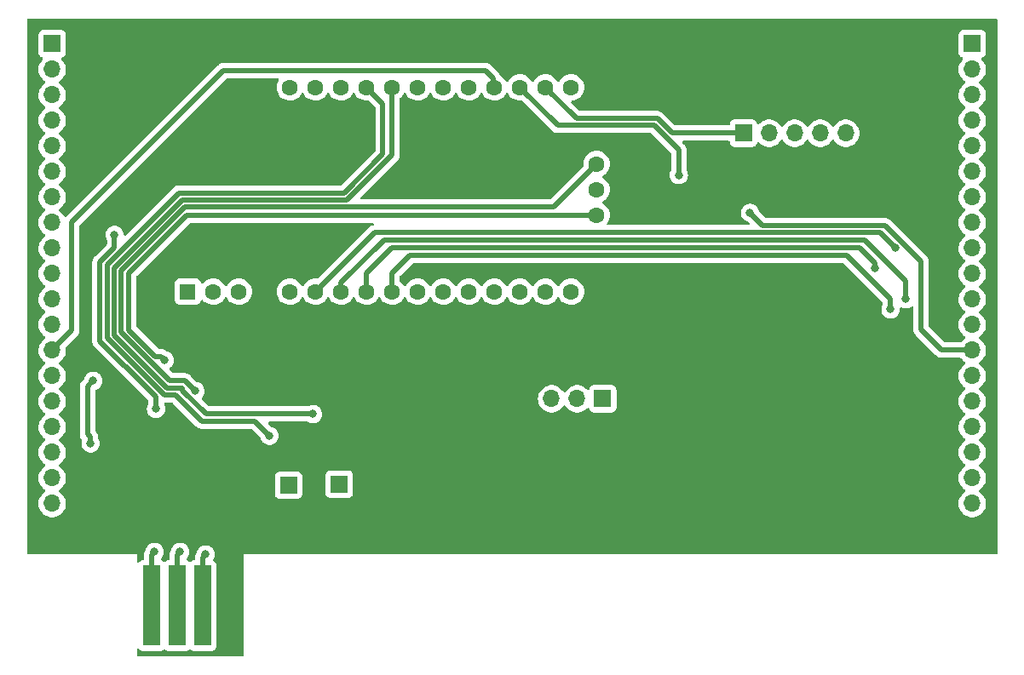
<source format=gbr>
G04 #@! TF.GenerationSoftware,KiCad,Pcbnew,7.0.2-0*
G04 #@! TF.CreationDate,2023-04-27T16:56:16-04:00*
G04 #@! TF.ProjectId,TFT_CAN,5446545f-4341-44e2-9e6b-696361645f70,rev?*
G04 #@! TF.SameCoordinates,Original*
G04 #@! TF.FileFunction,Copper,L2,Bot*
G04 #@! TF.FilePolarity,Positive*
%FSLAX46Y46*%
G04 Gerber Fmt 4.6, Leading zero omitted, Abs format (unit mm)*
G04 Created by KiCad (PCBNEW 7.0.2-0) date 2023-04-27 16:56:16*
%MOMM*%
%LPD*%
G01*
G04 APERTURE LIST*
G04 #@! TA.AperFunction,ComponentPad*
%ADD10R,1.700000X1.700000*%
G04 #@! TD*
G04 #@! TA.AperFunction,ComponentPad*
%ADD11O,1.700000X1.700000*%
G04 #@! TD*
G04 #@! TA.AperFunction,ComponentPad*
%ADD12C,1.600000*%
G04 #@! TD*
G04 #@! TA.AperFunction,ComponentPad*
%ADD13R,1.600000X1.600000*%
G04 #@! TD*
G04 #@! TA.AperFunction,ConnectorPad*
%ADD14R,1.700000X8.000000*%
G04 #@! TD*
G04 #@! TA.AperFunction,ViaPad*
%ADD15C,0.800000*%
G04 #@! TD*
G04 #@! TA.AperFunction,Conductor*
%ADD16C,0.500000*%
G04 #@! TD*
G04 APERTURE END LIST*
D10*
X94107000Y-34290000D03*
D11*
X96647000Y-34290000D03*
X99187000Y-34290000D03*
X101727000Y-34290000D03*
X104267000Y-34290000D03*
X106807000Y-34290000D03*
D10*
X80111600Y-60706000D03*
D11*
X77571600Y-60706000D03*
X75031600Y-60706000D03*
X72491600Y-60706000D03*
D12*
X79502000Y-37357500D03*
X79502000Y-39897500D03*
X79502000Y-42437500D03*
X49022000Y-29737500D03*
X51562000Y-29737500D03*
X54102000Y-29737500D03*
X56642000Y-29737500D03*
X59182000Y-29737500D03*
X61722000Y-29737500D03*
X64262000Y-29737500D03*
X66802000Y-29737500D03*
X69342000Y-29737500D03*
X71882000Y-29737500D03*
X74422000Y-29737500D03*
X76962000Y-29737500D03*
X76962000Y-50057500D03*
X74422000Y-50057500D03*
X71882000Y-50057500D03*
X69342000Y-50057500D03*
X66802000Y-50057500D03*
X64262000Y-50057500D03*
X61722000Y-50057500D03*
X59182000Y-50057500D03*
X56642000Y-50057500D03*
X54102000Y-50057500D03*
X51562000Y-50057500D03*
X49022000Y-50057500D03*
X46482000Y-50057500D03*
X43942000Y-50057500D03*
X41402000Y-50057500D03*
D13*
X38862000Y-50057500D03*
D10*
X53924000Y-69190000D03*
D11*
X53924000Y-71730000D03*
D14*
X35280600Y-81280000D03*
X37820600Y-81280000D03*
X40360600Y-81280000D03*
X42900600Y-81280000D03*
D10*
X48895000Y-69312000D03*
D11*
X48895000Y-71852000D03*
D10*
X25400000Y-25400000D03*
D11*
X25400000Y-27940000D03*
X25400000Y-30480000D03*
X25400000Y-33020000D03*
X25400000Y-35560000D03*
X25400000Y-38100000D03*
X25400000Y-40640000D03*
X25400000Y-43180000D03*
X25400000Y-45720000D03*
X25400000Y-48260000D03*
X25400000Y-50800000D03*
X25400000Y-53340000D03*
X25400000Y-55880000D03*
X25400000Y-58420000D03*
X25400000Y-60960000D03*
X25400000Y-63500000D03*
X25400000Y-66040000D03*
X25400000Y-68580000D03*
X25400000Y-71120000D03*
X25400000Y-73660000D03*
D10*
X116840000Y-25400000D03*
D11*
X116840000Y-27940000D03*
X116840000Y-30480000D03*
X116840000Y-33020000D03*
X116840000Y-35560000D03*
X116840000Y-38100000D03*
X116840000Y-40640000D03*
X116840000Y-43180000D03*
X116840000Y-45720000D03*
X116840000Y-48260000D03*
X116840000Y-50800000D03*
X116840000Y-53340000D03*
X116840000Y-55880000D03*
X116840000Y-58420000D03*
X116840000Y-60960000D03*
X116840000Y-63500000D03*
X116840000Y-66040000D03*
X116840000Y-68580000D03*
X116840000Y-71120000D03*
X116840000Y-73660000D03*
D15*
X40640000Y-76200000D03*
X38100000Y-75946000D03*
X35560000Y-75946000D03*
X29210000Y-65151000D03*
X29464000Y-58928000D03*
X87680800Y-38455600D03*
X94742000Y-42214800D03*
X31597600Y-44399200D03*
X35712400Y-61722000D03*
X36576000Y-56896000D03*
X39624000Y-59944000D03*
X108712000Y-51816000D03*
X110236000Y-50800000D03*
X107188000Y-47752000D03*
X109220000Y-45720000D03*
X46990000Y-64389000D03*
X51308000Y-62230000D03*
D16*
X40640000Y-76200000D02*
X40360600Y-76479400D01*
X40360600Y-76479400D02*
X40360600Y-81280000D01*
X37820600Y-76225400D02*
X37820600Y-81280000D01*
X38100000Y-75946000D02*
X37820600Y-76225400D01*
X35560000Y-75946000D02*
X35280600Y-76225400D01*
X35280600Y-76225400D02*
X35280600Y-81280000D01*
X29464000Y-58928000D02*
X28894000Y-59498000D01*
X28894000Y-59498000D02*
X28894000Y-64200000D01*
X29210000Y-64516000D02*
X28894000Y-64200000D01*
X29210000Y-65151000D02*
X29210000Y-64516000D01*
X87680800Y-35966400D02*
X87680800Y-38455600D01*
X108215200Y-43496000D02*
X111760000Y-47040800D01*
X85242400Y-33528000D02*
X87680800Y-35966400D01*
X111760000Y-53848000D02*
X111760000Y-47040800D01*
X116840000Y-55880000D02*
X113792000Y-55880000D01*
X75672500Y-33528000D02*
X85242400Y-33528000D01*
X113792000Y-55880000D02*
X111760000Y-53848000D01*
X96124800Y-43496000D02*
X108215200Y-43496000D01*
X94742000Y-42214800D02*
X96023200Y-43496000D01*
X96023200Y-43496000D02*
X96124800Y-43496000D01*
X71882000Y-29737500D02*
X75672500Y-33528000D01*
X69215000Y-28829000D02*
X69215000Y-29845000D01*
X42418000Y-28067000D02*
X68453000Y-28067000D01*
X27344000Y-53936000D02*
X27344000Y-43141000D01*
X68453000Y-28067000D02*
X69215000Y-28829000D01*
X25400000Y-55880000D02*
X27344000Y-53936000D01*
X27344000Y-43141000D02*
X42418000Y-28067000D01*
X30146800Y-54988000D02*
X32613600Y-57454800D01*
X31597600Y-45665805D02*
X30146800Y-47116606D01*
X35712400Y-60526250D02*
X35712400Y-61722000D01*
X32613600Y-57454800D02*
X32640950Y-57454800D01*
X32640950Y-57454800D02*
X35712400Y-60526250D01*
X30146800Y-47116606D02*
X30146800Y-54988000D01*
X31597600Y-44399200D02*
X31597600Y-45665805D01*
X33020000Y-48203204D02*
X33020000Y-53874050D01*
X38785704Y-42437500D02*
X33020000Y-48203204D01*
X79502000Y-42437500D02*
X38785704Y-42437500D01*
X36195000Y-56515000D02*
X36576000Y-56896000D01*
X35660950Y-56515000D02*
X36195000Y-56515000D01*
X33020000Y-53874050D02*
X35660950Y-56515000D01*
X77216000Y-39643500D02*
X77216000Y-39674800D01*
X37084000Y-58928000D02*
X32258000Y-54102000D01*
X32258000Y-54102000D02*
X32258000Y-47975254D01*
X32258000Y-47975254D02*
X38577254Y-41656000D01*
X38577254Y-41656000D02*
X75234800Y-41656000D01*
X39624000Y-59944000D02*
X38608000Y-58928000D01*
X77216000Y-39674800D02*
X75234800Y-41656000D01*
X38608000Y-58928000D02*
X37084000Y-58928000D01*
X77216000Y-39643500D02*
X79502000Y-37357500D01*
X86995000Y-34290000D02*
X85533000Y-32828000D01*
X94107000Y-34290000D02*
X86995000Y-34290000D01*
X77512500Y-32828000D02*
X74422000Y-29737500D01*
X85533000Y-32828000D02*
X77512500Y-32828000D01*
X59182000Y-48198000D02*
X60960000Y-46420000D01*
X60960000Y-46420000D02*
X104332000Y-46420000D01*
X59182000Y-50057500D02*
X59182000Y-48198000D01*
X104332000Y-46420000D02*
X108712000Y-50800000D01*
X108712000Y-50800000D02*
X108712000Y-51816000D01*
X110236000Y-50800000D02*
X110236000Y-48960000D01*
X110236000Y-48960000D02*
X106172000Y-44896000D01*
X106172000Y-44896000D02*
X58380400Y-44896000D01*
X54102000Y-49174400D02*
X54102000Y-50057500D01*
X58380400Y-44896000D02*
X54102000Y-49174400D01*
X107188000Y-47244000D02*
X107188000Y-47752000D01*
X59131200Y-45720000D02*
X105664000Y-45720000D01*
X105664000Y-45720000D02*
X107188000Y-47244000D01*
X56642000Y-50057500D02*
X56642000Y-48209200D01*
X56642000Y-48209200D02*
X59131200Y-45720000D01*
X107696000Y-44196000D02*
X109220000Y-45720000D01*
X57423500Y-44196000D02*
X107696000Y-44196000D01*
X51562000Y-50057500D02*
X57423500Y-44196000D01*
X54445225Y-40221225D02*
X38032130Y-40221225D01*
X38032130Y-40221225D02*
X30846800Y-47406555D01*
X37693600Y-60351575D02*
X40272025Y-62930000D01*
X45531000Y-62930000D02*
X46990000Y-64389000D01*
X30846800Y-47406555D02*
X30846800Y-54670700D01*
X40272025Y-62930000D02*
X45531000Y-62930000D01*
X56642000Y-29737500D02*
X58267600Y-31363100D01*
X58267600Y-31363100D02*
X58267600Y-36398850D01*
X36527675Y-60351575D02*
X37693600Y-60351575D01*
X58267600Y-36398850D02*
X54445225Y-40221225D01*
X30846800Y-54670700D02*
X36527675Y-60351575D01*
X38298504Y-40944800D02*
X54711600Y-40944800D01*
X38341625Y-59651575D02*
X36817625Y-59651575D01*
X38341625Y-59863707D02*
X38341625Y-59651575D01*
X31546800Y-54380750D02*
X31546800Y-47696504D01*
X40707918Y-62230000D02*
X38341625Y-59863707D01*
X51308000Y-62230000D02*
X40707918Y-62230000D01*
X31546800Y-47696504D02*
X38298504Y-40944800D01*
X54711600Y-40944800D02*
X59182000Y-36474400D01*
X59182000Y-36474400D02*
X59182000Y-29737500D01*
X36817625Y-59651575D02*
X31546800Y-54380750D01*
G04 #@! TA.AperFunction,Conductor*
G36*
X119296621Y-22905502D02*
G01*
X119343114Y-22959158D01*
X119354500Y-23011500D01*
X119354500Y-76048500D01*
X119334498Y-76116621D01*
X119280842Y-76163114D01*
X119228500Y-76174500D01*
X44480136Y-76174500D01*
X44469574Y-76172399D01*
X44450000Y-76172399D01*
X44444928Y-76174500D01*
X44430482Y-76180482D01*
X44422399Y-76199999D01*
X44422399Y-76219575D01*
X44424500Y-76230136D01*
X44424500Y-86208500D01*
X44404498Y-86276621D01*
X44350842Y-86323114D01*
X44298500Y-86334500D01*
X33933500Y-86334500D01*
X33865379Y-86314498D01*
X33818886Y-86260842D01*
X33807500Y-86208500D01*
X33807500Y-85674727D01*
X33827502Y-85606606D01*
X33881158Y-85560113D01*
X33951432Y-85550009D01*
X34016012Y-85579503D01*
X34034368Y-85599218D01*
X34067338Y-85643261D01*
X34184394Y-85730888D01*
X34184395Y-85730888D01*
X34184396Y-85730889D01*
X34321399Y-85781989D01*
X34381962Y-85788500D01*
X34385331Y-85788500D01*
X36175869Y-85788500D01*
X36179238Y-85788500D01*
X36239801Y-85781989D01*
X36376804Y-85730889D01*
X36475092Y-85657311D01*
X36541610Y-85632501D01*
X36610985Y-85647592D01*
X36626102Y-85657306D01*
X36724396Y-85730889D01*
X36861399Y-85781989D01*
X36921962Y-85788500D01*
X36925331Y-85788500D01*
X38715869Y-85788500D01*
X38719238Y-85788500D01*
X38779801Y-85781989D01*
X38916804Y-85730889D01*
X39015092Y-85657311D01*
X39081610Y-85632501D01*
X39150985Y-85647592D01*
X39166102Y-85657306D01*
X39264396Y-85730889D01*
X39401399Y-85781989D01*
X39461962Y-85788500D01*
X39465331Y-85788500D01*
X41255869Y-85788500D01*
X41259238Y-85788500D01*
X41319801Y-85781989D01*
X41456804Y-85730889D01*
X41573861Y-85643261D01*
X41661489Y-85526204D01*
X41712589Y-85389201D01*
X41719100Y-85328638D01*
X41719100Y-77231362D01*
X41712589Y-77170799D01*
X41661489Y-77033796D01*
X41630600Y-76992533D01*
X41573861Y-76916738D01*
X41454878Y-76827669D01*
X41412331Y-76770834D01*
X41407266Y-76700018D01*
X41421267Y-76663804D01*
X41454263Y-76606655D01*
X41474527Y-76571557D01*
X41503320Y-76482942D01*
X41533542Y-76389928D01*
X41553504Y-76200000D01*
X41533542Y-76010072D01*
X41474527Y-75828444D01*
X41474527Y-75828443D01*
X41379041Y-75663057D01*
X41251252Y-75521133D01*
X41174002Y-75465008D01*
X41096752Y-75408882D01*
X40922288Y-75331206D01*
X40735487Y-75291500D01*
X40544513Y-75291500D01*
X40419979Y-75317970D01*
X40357711Y-75331206D01*
X40183246Y-75408883D01*
X40028747Y-75521133D01*
X39900958Y-75663057D01*
X39805473Y-75828443D01*
X39742775Y-76021404D01*
X39728884Y-76046465D01*
X39729173Y-76046610D01*
X39723327Y-76058247D01*
X39711189Y-76077299D01*
X39678595Y-76147194D01*
X39677001Y-76150487D01*
X39642395Y-76219397D01*
X39635963Y-76237900D01*
X39620359Y-76313464D01*
X39619567Y-76317037D01*
X39601792Y-76392040D01*
X39599802Y-76411515D01*
X39602047Y-76488658D01*
X39602100Y-76492322D01*
X39602100Y-76645500D01*
X39582098Y-76713621D01*
X39528442Y-76760114D01*
X39476100Y-76771500D01*
X39461962Y-76771500D01*
X39458613Y-76771859D01*
X39458613Y-76771860D01*
X39401399Y-76778011D01*
X39264394Y-76829111D01*
X39166109Y-76902687D01*
X39099589Y-76927498D01*
X39030215Y-76912407D01*
X39015091Y-76902687D01*
X38916805Y-76829111D01*
X38798796Y-76785096D01*
X38741960Y-76742549D01*
X38717149Y-76676029D01*
X38732240Y-76606655D01*
X38749187Y-76582735D01*
X38839040Y-76482944D01*
X38934527Y-76317556D01*
X38993542Y-76135928D01*
X39013504Y-75946000D01*
X38993542Y-75756072D01*
X38934527Y-75574444D01*
X38934527Y-75574443D01*
X38839041Y-75409057D01*
X38711252Y-75267133D01*
X38556753Y-75154883D01*
X38556752Y-75154882D01*
X38382288Y-75077206D01*
X38195487Y-75037500D01*
X38004513Y-75037500D01*
X37879978Y-75063970D01*
X37817711Y-75077206D01*
X37643246Y-75154883D01*
X37488747Y-75267133D01*
X37360958Y-75409057D01*
X37265473Y-75574443D01*
X37202775Y-75767404D01*
X37188884Y-75792465D01*
X37189173Y-75792610D01*
X37183327Y-75804247D01*
X37171189Y-75823299D01*
X37138595Y-75893194D01*
X37137001Y-75896487D01*
X37102395Y-75965397D01*
X37095963Y-75983900D01*
X37080359Y-76059464D01*
X37079567Y-76063037D01*
X37061792Y-76138040D01*
X37059802Y-76157515D01*
X37062047Y-76234658D01*
X37062100Y-76238322D01*
X37062100Y-76645500D01*
X37042098Y-76713621D01*
X36988442Y-76760114D01*
X36936100Y-76771500D01*
X36921962Y-76771500D01*
X36918613Y-76771859D01*
X36918613Y-76771860D01*
X36861399Y-76778011D01*
X36724394Y-76829111D01*
X36626109Y-76902687D01*
X36559589Y-76927498D01*
X36490215Y-76912407D01*
X36475091Y-76902687D01*
X36376805Y-76829111D01*
X36258796Y-76785096D01*
X36201960Y-76742549D01*
X36177149Y-76676029D01*
X36192240Y-76606655D01*
X36209187Y-76582735D01*
X36299040Y-76482944D01*
X36394527Y-76317556D01*
X36453542Y-76135928D01*
X36473504Y-75946000D01*
X36453542Y-75756072D01*
X36394527Y-75574444D01*
X36394527Y-75574443D01*
X36299041Y-75409057D01*
X36171252Y-75267133D01*
X36016753Y-75154883D01*
X36016752Y-75154882D01*
X35842288Y-75077206D01*
X35655487Y-75037500D01*
X35464513Y-75037500D01*
X35339979Y-75063970D01*
X35277711Y-75077206D01*
X35103246Y-75154883D01*
X34948747Y-75267133D01*
X34820958Y-75409057D01*
X34725473Y-75574443D01*
X34662775Y-75767404D01*
X34648884Y-75792465D01*
X34649173Y-75792610D01*
X34643327Y-75804247D01*
X34631189Y-75823299D01*
X34598595Y-75893194D01*
X34597001Y-75896487D01*
X34562395Y-75965397D01*
X34555963Y-75983900D01*
X34540359Y-76059464D01*
X34539567Y-76063037D01*
X34521792Y-76138040D01*
X34519802Y-76157515D01*
X34522047Y-76234658D01*
X34522100Y-76238322D01*
X34522100Y-76645500D01*
X34502098Y-76713621D01*
X34448442Y-76760114D01*
X34396100Y-76771500D01*
X34381962Y-76771500D01*
X34378613Y-76771859D01*
X34378613Y-76771860D01*
X34321399Y-76778011D01*
X34184394Y-76829111D01*
X34067339Y-76916737D01*
X34034368Y-76960782D01*
X33977532Y-77003328D01*
X33906716Y-77008392D01*
X33844404Y-76974367D01*
X33810379Y-76912054D01*
X33807500Y-76885272D01*
X33807500Y-76230136D01*
X33809601Y-76219575D01*
X33809601Y-76199999D01*
X33801517Y-76180483D01*
X33787072Y-76174500D01*
X33782000Y-76172399D01*
X33762426Y-76172399D01*
X33751864Y-76174500D01*
X23011500Y-76174500D01*
X22943379Y-76154498D01*
X22896886Y-76100842D01*
X22885500Y-76048500D01*
X22885500Y-71120000D01*
X24036844Y-71120000D01*
X24055436Y-71344368D01*
X24055436Y-71344371D01*
X24055437Y-71344372D01*
X24110702Y-71562611D01*
X24201139Y-71768790D01*
X24324278Y-71957268D01*
X24476762Y-72122908D01*
X24654421Y-72261187D01*
X24654424Y-72261189D01*
X24852426Y-72368342D01*
X25065365Y-72441444D01*
X25287431Y-72478500D01*
X25287434Y-72478500D01*
X25512566Y-72478500D01*
X25512569Y-72478500D01*
X25734635Y-72441444D01*
X25947574Y-72368342D01*
X26145576Y-72261189D01*
X26323240Y-72122906D01*
X26475722Y-71957268D01*
X26598860Y-71768791D01*
X26689296Y-71562616D01*
X26744564Y-71344368D01*
X26763156Y-71120000D01*
X26744564Y-70895632D01*
X26689296Y-70677384D01*
X26598860Y-70471209D01*
X26475722Y-70282732D01*
X26409354Y-70210638D01*
X47536500Y-70210638D01*
X47543011Y-70271201D01*
X47568561Y-70339702D01*
X47594111Y-70408205D01*
X47681738Y-70525261D01*
X47798794Y-70612888D01*
X47798795Y-70612888D01*
X47798796Y-70612889D01*
X47935799Y-70663989D01*
X47996362Y-70670500D01*
X47999731Y-70670500D01*
X49790269Y-70670500D01*
X49793638Y-70670500D01*
X49854201Y-70663989D01*
X49991204Y-70612889D01*
X50108261Y-70525261D01*
X50195889Y-70408204D01*
X50246989Y-70271201D01*
X50253500Y-70210638D01*
X50253500Y-70088638D01*
X52565500Y-70088638D01*
X52572011Y-70149201D01*
X52594926Y-70210638D01*
X52623111Y-70286205D01*
X52710738Y-70403261D01*
X52827794Y-70490888D01*
X52827795Y-70490888D01*
X52827796Y-70490889D01*
X52964799Y-70541989D01*
X53025362Y-70548500D01*
X53028731Y-70548500D01*
X54819269Y-70548500D01*
X54822638Y-70548500D01*
X54883201Y-70541989D01*
X55020204Y-70490889D01*
X55137261Y-70403261D01*
X55224889Y-70286204D01*
X55275989Y-70149201D01*
X55282500Y-70088638D01*
X55282500Y-68291362D01*
X55275989Y-68230799D01*
X55224889Y-68093796D01*
X55162992Y-68011111D01*
X55137261Y-67976738D01*
X55020205Y-67889111D01*
X54951702Y-67863561D01*
X54883201Y-67838011D01*
X54822638Y-67831500D01*
X53025362Y-67831500D01*
X53022013Y-67831859D01*
X53022013Y-67831860D01*
X52964799Y-67838011D01*
X52827794Y-67889111D01*
X52710738Y-67976738D01*
X52623111Y-68093794D01*
X52577608Y-68215794D01*
X52572011Y-68230799D01*
X52565500Y-68291362D01*
X52565500Y-70088638D01*
X50253500Y-70088638D01*
X50253500Y-68413362D01*
X50246989Y-68352799D01*
X50195889Y-68215796D01*
X50195888Y-68215794D01*
X50108261Y-68098738D01*
X49991205Y-68011111D01*
X49899047Y-67976738D01*
X49854201Y-67960011D01*
X49793638Y-67953500D01*
X47996362Y-67953500D01*
X47993013Y-67953859D01*
X47993013Y-67953860D01*
X47935799Y-67960011D01*
X47798794Y-68011111D01*
X47681738Y-68098738D01*
X47594111Y-68215794D01*
X47567175Y-68288013D01*
X47543011Y-68352799D01*
X47536500Y-68413362D01*
X47536500Y-70210638D01*
X26409354Y-70210638D01*
X26323240Y-70117094D01*
X26323239Y-70117093D01*
X26323237Y-70117091D01*
X26145579Y-69978813D01*
X26145577Y-69978812D01*
X26145576Y-69978811D01*
X26112317Y-69960812D01*
X26061929Y-69910801D01*
X26046576Y-69841484D01*
X26071136Y-69774871D01*
X26112316Y-69739187D01*
X26145576Y-69721189D01*
X26323240Y-69582906D01*
X26475722Y-69417268D01*
X26598860Y-69228791D01*
X26689296Y-69022616D01*
X26744564Y-68804368D01*
X26763156Y-68580000D01*
X26744564Y-68355632D01*
X26689296Y-68137384D01*
X26598860Y-67931209D01*
X26475722Y-67742732D01*
X26323240Y-67577094D01*
X26323239Y-67577093D01*
X26323237Y-67577091D01*
X26145579Y-67438813D01*
X26145577Y-67438812D01*
X26145576Y-67438811D01*
X26112317Y-67420812D01*
X26061929Y-67370801D01*
X26046576Y-67301484D01*
X26071136Y-67234871D01*
X26112316Y-67199187D01*
X26145576Y-67181189D01*
X26323240Y-67042906D01*
X26475722Y-66877268D01*
X26598860Y-66688791D01*
X26689296Y-66482616D01*
X26744564Y-66264368D01*
X26763156Y-66040000D01*
X26744564Y-65815632D01*
X26689296Y-65597384D01*
X26598860Y-65391209D01*
X26475722Y-65202732D01*
X26323240Y-65037094D01*
X26323239Y-65037093D01*
X26323237Y-65037091D01*
X26145578Y-64898812D01*
X26112317Y-64880812D01*
X26061927Y-64830798D01*
X26046576Y-64761481D01*
X26071138Y-64694868D01*
X26112315Y-64659188D01*
X26145576Y-64641189D01*
X26323240Y-64502906D01*
X26475722Y-64337268D01*
X26579917Y-64177786D01*
X28130658Y-64177786D01*
X28135020Y-64227633D01*
X28135500Y-64238616D01*
X28135500Y-64244180D01*
X28135924Y-64247815D01*
X28135926Y-64247834D01*
X28139135Y-64275291D01*
X28139507Y-64278932D01*
X28146228Y-64355744D01*
X28150469Y-64374873D01*
X28176846Y-64447342D01*
X28178049Y-64450804D01*
X28202304Y-64524000D01*
X28210837Y-64541627D01*
X28253232Y-64606084D01*
X28255171Y-64609127D01*
X28286047Y-64659184D01*
X28295674Y-64674792D01*
X28308034Y-64689963D01*
X28308997Y-64690872D01*
X28308999Y-64690874D01*
X28323890Y-64704923D01*
X28359712Y-64766218D01*
X28357256Y-64835506D01*
X28316459Y-64961068D01*
X28316458Y-64961072D01*
X28308468Y-65037094D01*
X28296496Y-65151000D01*
X28316458Y-65340929D01*
X28375472Y-65522556D01*
X28470958Y-65687942D01*
X28470960Y-65687944D01*
X28598747Y-65829866D01*
X28753248Y-65942118D01*
X28927712Y-66019794D01*
X29114513Y-66059500D01*
X29114515Y-66059500D01*
X29305485Y-66059500D01*
X29305487Y-66059500D01*
X29492288Y-66019794D01*
X29666752Y-65942118D01*
X29821253Y-65829866D01*
X29949040Y-65687944D01*
X30044527Y-65522556D01*
X30103542Y-65340928D01*
X30123504Y-65151000D01*
X30103542Y-64961072D01*
X30044527Y-64779444D01*
X30044527Y-64779443D01*
X29985381Y-64676999D01*
X29968500Y-64613999D01*
X29968500Y-64580435D01*
X29969831Y-64562172D01*
X29969855Y-64562005D01*
X29973341Y-64538211D01*
X29968978Y-64488357D01*
X29968499Y-64477361D01*
X29968500Y-64471820D01*
X29964862Y-64440705D01*
X29964492Y-64437078D01*
X29960286Y-64388999D01*
X29957887Y-64361573D01*
X29957886Y-64361570D01*
X29957770Y-64360242D01*
X29953537Y-64341147D01*
X29953079Y-64339889D01*
X29953079Y-64339887D01*
X29927137Y-64268611D01*
X29925977Y-64265277D01*
X29902114Y-64193261D01*
X29902111Y-64193256D01*
X29901691Y-64191988D01*
X29893170Y-64174386D01*
X29850776Y-64109928D01*
X29848808Y-64106839D01*
X29808326Y-64041209D01*
X29795964Y-64026034D01*
X29739825Y-63973069D01*
X29737197Y-63970516D01*
X29689405Y-63922724D01*
X29655379Y-63860412D01*
X29652500Y-63833629D01*
X29652500Y-59918761D01*
X29672502Y-59850640D01*
X29726158Y-59804147D01*
X29740133Y-59799533D01*
X29746282Y-59796795D01*
X29746288Y-59796794D01*
X29920752Y-59719118D01*
X30075253Y-59606866D01*
X30203040Y-59464944D01*
X30298527Y-59299556D01*
X30357542Y-59117928D01*
X30377504Y-58928000D01*
X30357542Y-58738072D01*
X30298527Y-58556444D01*
X30298527Y-58556443D01*
X30203041Y-58391057D01*
X30075252Y-58249133D01*
X29989691Y-58186969D01*
X29920752Y-58136882D01*
X29746288Y-58059206D01*
X29559487Y-58019500D01*
X29368513Y-58019500D01*
X29263624Y-58041795D01*
X29181711Y-58059206D01*
X29007246Y-58136883D01*
X28852747Y-58249133D01*
X28724958Y-58391057D01*
X28629473Y-58556443D01*
X28574612Y-58725285D01*
X28543874Y-58775443D01*
X28403225Y-58916092D01*
X28389377Y-58928061D01*
X28369944Y-58942529D01*
X28337773Y-58980868D01*
X28330360Y-58988958D01*
X28329017Y-58990301D01*
X28329011Y-58990307D01*
X28326420Y-58992899D01*
X28324149Y-58995770D01*
X28324140Y-58995781D01*
X28306997Y-59017460D01*
X28304688Y-59020294D01*
X28255119Y-59079369D01*
X28244589Y-59095899D01*
X28211995Y-59165794D01*
X28210401Y-59169087D01*
X28175795Y-59237997D01*
X28169363Y-59256500D01*
X28153759Y-59332064D01*
X28152967Y-59335637D01*
X28135192Y-59410640D01*
X28133202Y-59430116D01*
X28135446Y-59507256D01*
X28135499Y-59510919D01*
X28135499Y-64135559D01*
X28134169Y-64153816D01*
X28130658Y-64177786D01*
X26579917Y-64177786D01*
X26598860Y-64148791D01*
X26689296Y-63942616D01*
X26744564Y-63724368D01*
X26763156Y-63500000D01*
X26744564Y-63275632D01*
X26689296Y-63057384D01*
X26598860Y-62851209D01*
X26475722Y-62662732D01*
X26323240Y-62497094D01*
X26323239Y-62497093D01*
X26323237Y-62497091D01*
X26145578Y-62358812D01*
X26112317Y-62340812D01*
X26061927Y-62290798D01*
X26046576Y-62221481D01*
X26071138Y-62154868D01*
X26112315Y-62119188D01*
X26145576Y-62101189D01*
X26323240Y-61962906D01*
X26475722Y-61797268D01*
X26598860Y-61608791D01*
X26689296Y-61402616D01*
X26744564Y-61184368D01*
X26763156Y-60960000D01*
X26744564Y-60735632D01*
X26689296Y-60517384D01*
X26598860Y-60311209D01*
X26475722Y-60122732D01*
X26323240Y-59957094D01*
X26323239Y-59957093D01*
X26323237Y-59957091D01*
X26145579Y-59818813D01*
X26145577Y-59818812D01*
X26145576Y-59818811D01*
X26112317Y-59800812D01*
X26061929Y-59750801D01*
X26046576Y-59681484D01*
X26071136Y-59614871D01*
X26112316Y-59579187D01*
X26145576Y-59561189D01*
X26323240Y-59422906D01*
X26475722Y-59257268D01*
X26598860Y-59068791D01*
X26689296Y-58862616D01*
X26744564Y-58644368D01*
X26763156Y-58420000D01*
X26744564Y-58195632D01*
X26689296Y-57977384D01*
X26598860Y-57771209D01*
X26475722Y-57582732D01*
X26323240Y-57417094D01*
X26323239Y-57417093D01*
X26323237Y-57417091D01*
X26145579Y-57278813D01*
X26145577Y-57278812D01*
X26145576Y-57278811D01*
X26112317Y-57260812D01*
X26061929Y-57210801D01*
X26046576Y-57141484D01*
X26071136Y-57074871D01*
X26112316Y-57039187D01*
X26145576Y-57021189D01*
X26323240Y-56882906D01*
X26475722Y-56717268D01*
X26598860Y-56528791D01*
X26689296Y-56322616D01*
X26744564Y-56104368D01*
X26763156Y-55880000D01*
X26745750Y-55669952D01*
X26760058Y-55600415D01*
X26782222Y-55570457D01*
X27834777Y-54517902D01*
X27848624Y-54505936D01*
X27868058Y-54491469D01*
X27900221Y-54453138D01*
X27907660Y-54445020D01*
X27911580Y-54441101D01*
X27931070Y-54416450D01*
X27933234Y-54413794D01*
X27982032Y-54355640D01*
X27982035Y-54355632D01*
X27982892Y-54354612D01*
X27993402Y-54338117D01*
X28025990Y-54268231D01*
X28027587Y-54264932D01*
X28040888Y-54238446D01*
X28061609Y-54197188D01*
X28061609Y-54197185D01*
X28062207Y-54195996D01*
X28068632Y-54177513D01*
X28084227Y-54101981D01*
X28085021Y-54098399D01*
X28102500Y-54024656D01*
X28102500Y-54024654D01*
X28102807Y-54023359D01*
X28104796Y-54003888D01*
X28104757Y-54002560D01*
X28104758Y-54002558D01*
X28102553Y-53926774D01*
X28102500Y-53923110D01*
X28102500Y-43507370D01*
X28122502Y-43439249D01*
X28139400Y-43418280D01*
X42695275Y-28862405D01*
X42757588Y-28828379D01*
X42784371Y-28825500D01*
X47821162Y-28825500D01*
X47889283Y-28845502D01*
X47935776Y-28899158D01*
X47945880Y-28969432D01*
X47924375Y-29023771D01*
X47884477Y-29080750D01*
X47787715Y-29288256D01*
X47728457Y-29509412D01*
X47728457Y-29509413D01*
X47708502Y-29737500D01*
X47728456Y-29965586D01*
X47728457Y-29965587D01*
X47787715Y-30186743D01*
X47884477Y-30394250D01*
X48015804Y-30581803D01*
X48177696Y-30743695D01*
X48365249Y-30875022D01*
X48572756Y-30971784D01*
X48632015Y-30987662D01*
X48793913Y-31031043D01*
X49022000Y-31050998D01*
X49250087Y-31031043D01*
X49471243Y-30971784D01*
X49678749Y-30875023D01*
X49866300Y-30743698D01*
X50028198Y-30581800D01*
X50159523Y-30394249D01*
X50177804Y-30355043D01*
X50224722Y-30301757D01*
X50292999Y-30282296D01*
X50360959Y-30302837D01*
X50406195Y-30355043D01*
X50424476Y-30394248D01*
X50555804Y-30581803D01*
X50717696Y-30743695D01*
X50905249Y-30875022D01*
X51112756Y-30971784D01*
X51172015Y-30987662D01*
X51333913Y-31031043D01*
X51562000Y-31050998D01*
X51790087Y-31031043D01*
X52011243Y-30971784D01*
X52218749Y-30875023D01*
X52406300Y-30743698D01*
X52568198Y-30581800D01*
X52699523Y-30394249D01*
X52717804Y-30355043D01*
X52764722Y-30301757D01*
X52832999Y-30282296D01*
X52900959Y-30302837D01*
X52946195Y-30355043D01*
X52964476Y-30394248D01*
X53095804Y-30581803D01*
X53257696Y-30743695D01*
X53445249Y-30875022D01*
X53652756Y-30971784D01*
X53712015Y-30987662D01*
X53873913Y-31031043D01*
X54102000Y-31050998D01*
X54330087Y-31031043D01*
X54551243Y-30971784D01*
X54758749Y-30875023D01*
X54946300Y-30743698D01*
X55108198Y-30581800D01*
X55239523Y-30394249D01*
X55257804Y-30355043D01*
X55304722Y-30301757D01*
X55372999Y-30282296D01*
X55440959Y-30302837D01*
X55486195Y-30355043D01*
X55504476Y-30394248D01*
X55635804Y-30581803D01*
X55797696Y-30743695D01*
X55985249Y-30875022D01*
X56192756Y-30971784D01*
X56252015Y-30987662D01*
X56413913Y-31031043D01*
X56642000Y-31050998D01*
X56804914Y-31036744D01*
X56874517Y-31050733D01*
X56904989Y-31073170D01*
X57472195Y-31640376D01*
X57506221Y-31702688D01*
X57509100Y-31729471D01*
X57509100Y-36032478D01*
X57489098Y-36100599D01*
X57472195Y-36121573D01*
X54167949Y-39425820D01*
X54105637Y-39459846D01*
X54078854Y-39462725D01*
X38096571Y-39462725D01*
X38078310Y-39461395D01*
X38054341Y-39457884D01*
X38004483Y-39462246D01*
X37993502Y-39462725D01*
X37987950Y-39462725D01*
X37984315Y-39463149D01*
X37984295Y-39463151D01*
X37956839Y-39466360D01*
X37953198Y-39466732D01*
X37876381Y-39473453D01*
X37857265Y-39477691D01*
X37784789Y-39504069D01*
X37781332Y-39505271D01*
X37708129Y-39529529D01*
X37690502Y-39538063D01*
X37626048Y-39580454D01*
X37622961Y-39582421D01*
X37557348Y-39622892D01*
X37542162Y-39635263D01*
X37489217Y-39691381D01*
X37486664Y-39694008D01*
X32723610Y-44457062D01*
X32661298Y-44491088D01*
X32590483Y-44486023D01*
X32533647Y-44443476D01*
X32509205Y-44381140D01*
X32491142Y-44209272D01*
X32432127Y-44027644D01*
X32432127Y-44027643D01*
X32336641Y-43862257D01*
X32208852Y-43720333D01*
X32054353Y-43608083D01*
X32054352Y-43608082D01*
X31879888Y-43530406D01*
X31693087Y-43490700D01*
X31502113Y-43490700D01*
X31377578Y-43517170D01*
X31315311Y-43530406D01*
X31140846Y-43608083D01*
X30986347Y-43720333D01*
X30858558Y-43862257D01*
X30763072Y-44027643D01*
X30704058Y-44209270D01*
X30692295Y-44321189D01*
X30684096Y-44399200D01*
X30690330Y-44458517D01*
X30704058Y-44589129D01*
X30763071Y-44770753D01*
X30763073Y-44770756D01*
X30822219Y-44873200D01*
X30839100Y-44936199D01*
X30839100Y-45299434D01*
X30819098Y-45367555D01*
X30802195Y-45388529D01*
X29656025Y-46534698D01*
X29642177Y-46546667D01*
X29622744Y-46561135D01*
X29622742Y-46561136D01*
X29622742Y-46561137D01*
X29590573Y-46599474D01*
X29583160Y-46607564D01*
X29581806Y-46608917D01*
X29581792Y-46608932D01*
X29579219Y-46611506D01*
X29576955Y-46614368D01*
X29576948Y-46614377D01*
X29559779Y-46636089D01*
X29557469Y-46638925D01*
X29507918Y-46697979D01*
X29497391Y-46714502D01*
X29464799Y-46784393D01*
X29463205Y-46787686D01*
X29428594Y-46856603D01*
X29422163Y-46875106D01*
X29406559Y-46950670D01*
X29405767Y-46954243D01*
X29387992Y-47029246D01*
X29386002Y-47048722D01*
X29388246Y-47125862D01*
X29388299Y-47129525D01*
X29388299Y-54923564D01*
X29386969Y-54941823D01*
X29383458Y-54965790D01*
X29387820Y-55015633D01*
X29388300Y-55026616D01*
X29388300Y-55032180D01*
X29388724Y-55035815D01*
X29388726Y-55035834D01*
X29391935Y-55063291D01*
X29392307Y-55066932D01*
X29399028Y-55143744D01*
X29403269Y-55162873D01*
X29429646Y-55235342D01*
X29430849Y-55238804D01*
X29455104Y-55312000D01*
X29463637Y-55329627D01*
X29506032Y-55394084D01*
X29507971Y-55397127D01*
X29532805Y-55437388D01*
X29548474Y-55462792D01*
X29560838Y-55477967D01*
X29616955Y-55530911D01*
X29619584Y-55533465D01*
X32031692Y-57945573D01*
X32043660Y-57959420D01*
X32057034Y-57977384D01*
X32058131Y-57978858D01*
X32096470Y-58011028D01*
X32104574Y-58018455D01*
X32108499Y-58022380D01*
X32133053Y-58041795D01*
X32135892Y-58044108D01*
X32194978Y-58093686D01*
X32214037Y-58105828D01*
X32224250Y-58113904D01*
X32223620Y-58114699D01*
X32238789Y-58125320D01*
X34916996Y-60803527D01*
X34951021Y-60865837D01*
X34953900Y-60892620D01*
X34953900Y-61184999D01*
X34937019Y-61247999D01*
X34877872Y-61350443D01*
X34818858Y-61532070D01*
X34798896Y-61722000D01*
X34818858Y-61911929D01*
X34877872Y-62093556D01*
X34973358Y-62258942D01*
X35063281Y-62358812D01*
X35101147Y-62400866D01*
X35255648Y-62513118D01*
X35430112Y-62590794D01*
X35616913Y-62630500D01*
X35616915Y-62630500D01*
X35807885Y-62630500D01*
X35807887Y-62630500D01*
X35994688Y-62590794D01*
X36169152Y-62513118D01*
X36323653Y-62400866D01*
X36451440Y-62258944D01*
X36546927Y-62093556D01*
X36605942Y-61911928D01*
X36625904Y-61722000D01*
X36605942Y-61532072D01*
X36550424Y-61361206D01*
X36546928Y-61350446D01*
X36530216Y-61321500D01*
X36517268Y-61299073D01*
X36500531Y-61230080D01*
X36523751Y-61162988D01*
X36579558Y-61119101D01*
X36626388Y-61110075D01*
X37327229Y-61110075D01*
X37395350Y-61130077D01*
X37416324Y-61146980D01*
X39690117Y-63420773D01*
X39702085Y-63434620D01*
X39716556Y-63454058D01*
X39754895Y-63486228D01*
X39762999Y-63493655D01*
X39766925Y-63497581D01*
X39775028Y-63503988D01*
X39791480Y-63516997D01*
X39794321Y-63519311D01*
X39853402Y-63568885D01*
X39869915Y-63579405D01*
X39939811Y-63611998D01*
X39943103Y-63613591D01*
X40010837Y-63647609D01*
X40010839Y-63647609D01*
X40012033Y-63648209D01*
X40030515Y-63654633D01*
X40031816Y-63654901D01*
X40031819Y-63654903D01*
X40106103Y-63670241D01*
X40109655Y-63671029D01*
X40183369Y-63688500D01*
X40183371Y-63688500D01*
X40184666Y-63688807D01*
X40204139Y-63690797D01*
X40205464Y-63690758D01*
X40205467Y-63690759D01*
X40279502Y-63688604D01*
X40281284Y-63688553D01*
X40284948Y-63688500D01*
X45164629Y-63688500D01*
X45232750Y-63708502D01*
X45253724Y-63725405D01*
X46069874Y-64541555D01*
X46100612Y-64591714D01*
X46155472Y-64760555D01*
X46250958Y-64925942D01*
X46282589Y-64961072D01*
X46378747Y-65067866D01*
X46533248Y-65180118D01*
X46707712Y-65257794D01*
X46894513Y-65297500D01*
X46894515Y-65297500D01*
X47085485Y-65297500D01*
X47085487Y-65297500D01*
X47272288Y-65257794D01*
X47446752Y-65180118D01*
X47601253Y-65067866D01*
X47729040Y-64925944D01*
X47824527Y-64760556D01*
X47883542Y-64578928D01*
X47903504Y-64389000D01*
X47883542Y-64199072D01*
X47824527Y-64017444D01*
X47824527Y-64017443D01*
X47729041Y-63852057D01*
X47601252Y-63710133D01*
X47446753Y-63597883D01*
X47446752Y-63597882D01*
X47272288Y-63520206D01*
X47272284Y-63520204D01*
X47209228Y-63506801D01*
X47146755Y-63473072D01*
X47146331Y-63472650D01*
X46877276Y-63203595D01*
X46843250Y-63141283D01*
X46848315Y-63070468D01*
X46890862Y-63013632D01*
X46957382Y-62988821D01*
X46966371Y-62988500D01*
X50765414Y-62988500D01*
X50833535Y-63008502D01*
X50839448Y-63012545D01*
X50851248Y-63021118D01*
X51025712Y-63098794D01*
X51212513Y-63138500D01*
X51212515Y-63138500D01*
X51403485Y-63138500D01*
X51403487Y-63138500D01*
X51590288Y-63098794D01*
X51764752Y-63021118D01*
X51919253Y-62908866D01*
X52047040Y-62766944D01*
X52142527Y-62601556D01*
X52201542Y-62419928D01*
X52221504Y-62230000D01*
X52201542Y-62040072D01*
X52162288Y-61919261D01*
X52142527Y-61858443D01*
X52047041Y-61693057D01*
X51919252Y-61551133D01*
X51842002Y-61495008D01*
X51764752Y-61438882D01*
X51590288Y-61361206D01*
X51403487Y-61321500D01*
X51212513Y-61321500D01*
X51087979Y-61347970D01*
X51025711Y-61361206D01*
X50938479Y-61400043D01*
X50851248Y-61438882D01*
X50839472Y-61447437D01*
X50772608Y-61471294D01*
X50765414Y-61471500D01*
X41074289Y-61471500D01*
X41006168Y-61451498D01*
X40985194Y-61434595D01*
X40290526Y-60739927D01*
X40272000Y-60706000D01*
X73668444Y-60706000D01*
X73687036Y-60930368D01*
X73687036Y-60930371D01*
X73687037Y-60930372D01*
X73742302Y-61148611D01*
X73832739Y-61354790D01*
X73867082Y-61407356D01*
X73955878Y-61543268D01*
X74068125Y-61665200D01*
X74108362Y-61708908D01*
X74228229Y-61802205D01*
X74286024Y-61847189D01*
X74484026Y-61954342D01*
X74696965Y-62027444D01*
X74919031Y-62064500D01*
X74919034Y-62064500D01*
X75144166Y-62064500D01*
X75144169Y-62064500D01*
X75366235Y-62027444D01*
X75579174Y-61954342D01*
X75777176Y-61847189D01*
X75954840Y-61708906D01*
X76107322Y-61543268D01*
X76196118Y-61407354D01*
X76250121Y-61361268D01*
X76320469Y-61351693D01*
X76384826Y-61381670D01*
X76407080Y-61407353D01*
X76495878Y-61543268D01*
X76608125Y-61665200D01*
X76648362Y-61708908D01*
X76768229Y-61802205D01*
X76826024Y-61847189D01*
X77024026Y-61954342D01*
X77236965Y-62027444D01*
X77459031Y-62064500D01*
X77459034Y-62064500D01*
X77684166Y-62064500D01*
X77684169Y-62064500D01*
X77906235Y-62027444D01*
X78119174Y-61954342D01*
X78317176Y-61847189D01*
X78494840Y-61708906D01*
X78555846Y-61642635D01*
X78616696Y-61606067D01*
X78687661Y-61608200D01*
X78746206Y-61648362D01*
X78766600Y-61683942D01*
X78810709Y-61802203D01*
X78898338Y-61919261D01*
X79015394Y-62006888D01*
X79015395Y-62006888D01*
X79015396Y-62006889D01*
X79152399Y-62057989D01*
X79212962Y-62064500D01*
X79216331Y-62064500D01*
X81006869Y-62064500D01*
X81010238Y-62064500D01*
X81070801Y-62057989D01*
X81207804Y-62006889D01*
X81324861Y-61919261D01*
X81412489Y-61802204D01*
X81463589Y-61665201D01*
X81470100Y-61604638D01*
X81470100Y-59807362D01*
X81463589Y-59746799D01*
X81412489Y-59609796D01*
X81384527Y-59572443D01*
X81324861Y-59492738D01*
X81207805Y-59405111D01*
X81139302Y-59379561D01*
X81070801Y-59354011D01*
X81010238Y-59347500D01*
X79212962Y-59347500D01*
X79209613Y-59347859D01*
X79209613Y-59347860D01*
X79152399Y-59354011D01*
X79015394Y-59405111D01*
X78898338Y-59492738D01*
X78810709Y-59609796D01*
X78766600Y-59728057D01*
X78724053Y-59784893D01*
X78657533Y-59809703D01*
X78588159Y-59794611D01*
X78555846Y-59769363D01*
X78494840Y-59703094D01*
X78494839Y-59703093D01*
X78494837Y-59703091D01*
X78317178Y-59564812D01*
X78119173Y-59457657D01*
X77966110Y-59405111D01*
X77906235Y-59384556D01*
X77684169Y-59347500D01*
X77459031Y-59347500D01*
X77236965Y-59384556D01*
X77236962Y-59384556D01*
X77236962Y-59384557D01*
X77024026Y-59457657D01*
X76826021Y-59564812D01*
X76648362Y-59703091D01*
X76495878Y-59868731D01*
X76407083Y-60004643D01*
X76353079Y-60050731D01*
X76282731Y-60060306D01*
X76218374Y-60030328D01*
X76196117Y-60004643D01*
X76156497Y-59944000D01*
X76107322Y-59868732D01*
X75954840Y-59703094D01*
X75954839Y-59703093D01*
X75954837Y-59703091D01*
X75777178Y-59564812D01*
X75579173Y-59457657D01*
X75426110Y-59405111D01*
X75366235Y-59384556D01*
X75144169Y-59347500D01*
X74919031Y-59347500D01*
X74696965Y-59384556D01*
X74696962Y-59384556D01*
X74696962Y-59384557D01*
X74484026Y-59457657D01*
X74286021Y-59564812D01*
X74108362Y-59703091D01*
X73955878Y-59868731D01*
X73832739Y-60057209D01*
X73742302Y-60263388D01*
X73687210Y-60480944D01*
X73687036Y-60481632D01*
X73668444Y-60706000D01*
X40272000Y-60706000D01*
X40256500Y-60677615D01*
X40261565Y-60606800D01*
X40285982Y-60566525D01*
X40363040Y-60480944D01*
X40458527Y-60315556D01*
X40517542Y-60133928D01*
X40537504Y-59944000D01*
X40517542Y-59754072D01*
X40476968Y-59629200D01*
X40458527Y-59572443D01*
X40363041Y-59407057D01*
X40235252Y-59265133D01*
X40100815Y-59167459D01*
X40080752Y-59152882D01*
X39935779Y-59088336D01*
X39906284Y-59075204D01*
X39843228Y-59061801D01*
X39780755Y-59028072D01*
X39780331Y-59027650D01*
X39189909Y-58437228D01*
X39177937Y-58423375D01*
X39163470Y-58403943D01*
X39125127Y-58371769D01*
X39117024Y-58364343D01*
X39115694Y-58363013D01*
X39113101Y-58360420D01*
X39110235Y-58358153D01*
X39110224Y-58358144D01*
X39088530Y-58340991D01*
X39085708Y-58338692D01*
X39027640Y-58289968D01*
X39027639Y-58289967D01*
X39026621Y-58289113D01*
X39010110Y-58278594D01*
X38940205Y-58245996D01*
X38936909Y-58244401D01*
X38867996Y-58209792D01*
X38849504Y-58203365D01*
X38773942Y-58187762D01*
X38770367Y-58186969D01*
X38695356Y-58169191D01*
X38675885Y-58167202D01*
X38598741Y-58169447D01*
X38595077Y-58169500D01*
X37450371Y-58169500D01*
X37382250Y-58149498D01*
X37361276Y-58132595D01*
X37069330Y-57840649D01*
X37035304Y-57778337D01*
X37040369Y-57707522D01*
X37082916Y-57650686D01*
X37084203Y-57649736D01*
X37187253Y-57574866D01*
X37315040Y-57432944D01*
X37410527Y-57267556D01*
X37469542Y-57085928D01*
X37489504Y-56896000D01*
X37469542Y-56706072D01*
X37412139Y-56529405D01*
X37410527Y-56524443D01*
X37315041Y-56359057D01*
X37187252Y-56217133D01*
X37032753Y-56104883D01*
X37032752Y-56104882D01*
X36858288Y-56027206D01*
X36858286Y-56027205D01*
X36858285Y-56027205D01*
X36802496Y-56015346D01*
X36747705Y-55988622D01*
X36712134Y-55958775D01*
X36704029Y-55951348D01*
X36702694Y-55950013D01*
X36700101Y-55947420D01*
X36697235Y-55945153D01*
X36697224Y-55945144D01*
X36675530Y-55927991D01*
X36672708Y-55925692D01*
X36614640Y-55876968D01*
X36614639Y-55876967D01*
X36613621Y-55876113D01*
X36597110Y-55865594D01*
X36527205Y-55832996D01*
X36523909Y-55831401D01*
X36454996Y-55796792D01*
X36436504Y-55790365D01*
X36360942Y-55774762D01*
X36357367Y-55773969D01*
X36282356Y-55756191D01*
X36262885Y-55754202D01*
X36185741Y-55756447D01*
X36182077Y-55756500D01*
X36027321Y-55756500D01*
X35959200Y-55736498D01*
X35938226Y-55719595D01*
X33815405Y-53596774D01*
X33781379Y-53534462D01*
X33778500Y-53507679D01*
X33778500Y-50906138D01*
X37553500Y-50906138D01*
X37553860Y-50909486D01*
X37560011Y-50966700D01*
X37611111Y-51103705D01*
X37698738Y-51220761D01*
X37815794Y-51308388D01*
X37815795Y-51308388D01*
X37815796Y-51308389D01*
X37952799Y-51359489D01*
X38013362Y-51366000D01*
X38016731Y-51366000D01*
X39707269Y-51366000D01*
X39710638Y-51366000D01*
X39771201Y-51359489D01*
X39908204Y-51308389D01*
X40025261Y-51220761D01*
X40112889Y-51103704D01*
X40163989Y-50966701D01*
X40164999Y-50957300D01*
X40192167Y-50891709D01*
X40250484Y-50851218D01*
X40321436Y-50848682D01*
X40382494Y-50884909D01*
X40393490Y-50898498D01*
X40395804Y-50901803D01*
X40557696Y-51063695D01*
X40557699Y-51063697D01*
X40557700Y-51063698D01*
X40614834Y-51103704D01*
X40745249Y-51195022D01*
X40952756Y-51291784D01*
X41012014Y-51307662D01*
X41173913Y-51351043D01*
X41402000Y-51370998D01*
X41630087Y-51351043D01*
X41851243Y-51291784D01*
X42058749Y-51195023D01*
X42246300Y-51063698D01*
X42408198Y-50901800D01*
X42539523Y-50714249D01*
X42557804Y-50675043D01*
X42604722Y-50621757D01*
X42672999Y-50602296D01*
X42740959Y-50622837D01*
X42786195Y-50675043D01*
X42804476Y-50714248D01*
X42935804Y-50901803D01*
X43097696Y-51063695D01*
X43097699Y-51063697D01*
X43097700Y-51063698D01*
X43154834Y-51103704D01*
X43285249Y-51195022D01*
X43492756Y-51291784D01*
X43552014Y-51307662D01*
X43713913Y-51351043D01*
X43942000Y-51370998D01*
X44170087Y-51351043D01*
X44391243Y-51291784D01*
X44598749Y-51195023D01*
X44786300Y-51063698D01*
X44948198Y-50901800D01*
X45079523Y-50714249D01*
X45176284Y-50506743D01*
X45235543Y-50285587D01*
X45255498Y-50057500D01*
X45235543Y-49829413D01*
X45176284Y-49608257D01*
X45168144Y-49590801D01*
X45079522Y-49400749D01*
X44965056Y-49237276D01*
X44948198Y-49213200D01*
X44948196Y-49213198D01*
X44948195Y-49213196D01*
X44786303Y-49051304D01*
X44598750Y-48919977D01*
X44391243Y-48823215D01*
X44170087Y-48763957D01*
X44163435Y-48763375D01*
X43942000Y-48744002D01*
X43941999Y-48744002D01*
X43713912Y-48763957D01*
X43492756Y-48823215D01*
X43285249Y-48919977D01*
X43097696Y-49051304D01*
X42935804Y-49213196D01*
X42804477Y-49400750D01*
X42786195Y-49439957D01*
X42739278Y-49493242D01*
X42671000Y-49512703D01*
X42603040Y-49492161D01*
X42557805Y-49439957D01*
X42539727Y-49401189D01*
X42539523Y-49400751D01*
X42408198Y-49213200D01*
X42408196Y-49213198D01*
X42408195Y-49213196D01*
X42246303Y-49051304D01*
X42058750Y-48919977D01*
X41851243Y-48823215D01*
X41630087Y-48763957D01*
X41402000Y-48744002D01*
X41173912Y-48763957D01*
X40952756Y-48823215D01*
X40745249Y-48919977D01*
X40557696Y-49051304D01*
X40395802Y-49213198D01*
X40393487Y-49216505D01*
X40388550Y-49220450D01*
X40388007Y-49220994D01*
X40387946Y-49220933D01*
X40338028Y-49260831D01*
X40267409Y-49268137D01*
X40204050Y-49236104D01*
X40168067Y-49174901D01*
X40164999Y-49157697D01*
X40164679Y-49154721D01*
X40163989Y-49148299D01*
X40112889Y-49011296D01*
X40112888Y-49011294D01*
X40025261Y-48894238D01*
X39908205Y-48806611D01*
X39793845Y-48763957D01*
X39771201Y-48755511D01*
X39710638Y-48749000D01*
X38013362Y-48749000D01*
X38010013Y-48749359D01*
X38010013Y-48749360D01*
X37952799Y-48755511D01*
X37815794Y-48806611D01*
X37698738Y-48894238D01*
X37611111Y-49011294D01*
X37560010Y-49148299D01*
X37560011Y-49148299D01*
X37553500Y-49208862D01*
X37553500Y-50906138D01*
X33778500Y-50906138D01*
X33778500Y-48569575D01*
X33798502Y-48501454D01*
X33815405Y-48480480D01*
X39062980Y-43232905D01*
X39125292Y-43198879D01*
X39152075Y-43196000D01*
X57264868Y-43196000D01*
X57332989Y-43216002D01*
X57379482Y-43269658D01*
X57389586Y-43339932D01*
X57360092Y-43404512D01*
X57300366Y-43442896D01*
X57275851Y-43447520D01*
X57267760Y-43448227D01*
X57248623Y-43452470D01*
X57176134Y-43478853D01*
X57172676Y-43480055D01*
X57099500Y-43504303D01*
X57081872Y-43512838D01*
X57017418Y-43555229D01*
X57014331Y-43557196D01*
X56948718Y-43597667D01*
X56933532Y-43610038D01*
X56880587Y-43666156D01*
X56878034Y-43668783D01*
X51824989Y-48721828D01*
X51762677Y-48755854D01*
X51724914Y-48758254D01*
X51562000Y-48744002D01*
X51333912Y-48763957D01*
X51112756Y-48823215D01*
X50905249Y-48919977D01*
X50717696Y-49051304D01*
X50555804Y-49213196D01*
X50424477Y-49400750D01*
X50406195Y-49439957D01*
X50359278Y-49493242D01*
X50291000Y-49512703D01*
X50223040Y-49492161D01*
X50177805Y-49439957D01*
X50159727Y-49401189D01*
X50159523Y-49400751D01*
X50028198Y-49213200D01*
X50028196Y-49213198D01*
X50028195Y-49213196D01*
X49866303Y-49051304D01*
X49678750Y-48919977D01*
X49471243Y-48823215D01*
X49250087Y-48763957D01*
X49243435Y-48763375D01*
X49022000Y-48744002D01*
X49021999Y-48744002D01*
X48793912Y-48763957D01*
X48572756Y-48823215D01*
X48365249Y-48919977D01*
X48177696Y-49051304D01*
X48015804Y-49213196D01*
X47884477Y-49400749D01*
X47787715Y-49608256D01*
X47728457Y-49829412D01*
X47723700Y-49883791D01*
X47708502Y-50057500D01*
X47719859Y-50187316D01*
X47728457Y-50285587D01*
X47787715Y-50506743D01*
X47884477Y-50714250D01*
X48015804Y-50901803D01*
X48177696Y-51063695D01*
X48177699Y-51063697D01*
X48177700Y-51063698D01*
X48234834Y-51103704D01*
X48365249Y-51195022D01*
X48572756Y-51291784D01*
X48632014Y-51307662D01*
X48793913Y-51351043D01*
X49022000Y-51370998D01*
X49250087Y-51351043D01*
X49471243Y-51291784D01*
X49678749Y-51195023D01*
X49866300Y-51063698D01*
X50028198Y-50901800D01*
X50159523Y-50714249D01*
X50177804Y-50675043D01*
X50224722Y-50621757D01*
X50292999Y-50602296D01*
X50360959Y-50622837D01*
X50406195Y-50675043D01*
X50424476Y-50714248D01*
X50555804Y-50901803D01*
X50717696Y-51063695D01*
X50717699Y-51063697D01*
X50717700Y-51063698D01*
X50774834Y-51103704D01*
X50905249Y-51195022D01*
X51112756Y-51291784D01*
X51172014Y-51307662D01*
X51333913Y-51351043D01*
X51562000Y-51370998D01*
X51790087Y-51351043D01*
X52011243Y-51291784D01*
X52218749Y-51195023D01*
X52406300Y-51063698D01*
X52568198Y-50901800D01*
X52699523Y-50714249D01*
X52717804Y-50675043D01*
X52764722Y-50621757D01*
X52832999Y-50602296D01*
X52900959Y-50622837D01*
X52946195Y-50675043D01*
X52964476Y-50714248D01*
X53095804Y-50901803D01*
X53257696Y-51063695D01*
X53257699Y-51063697D01*
X53257700Y-51063698D01*
X53314834Y-51103704D01*
X53445249Y-51195022D01*
X53652756Y-51291784D01*
X53712014Y-51307662D01*
X53873913Y-51351043D01*
X54102000Y-51370998D01*
X54330087Y-51351043D01*
X54551243Y-51291784D01*
X54758749Y-51195023D01*
X54946300Y-51063698D01*
X55108198Y-50901800D01*
X55239523Y-50714249D01*
X55257804Y-50675043D01*
X55304722Y-50621757D01*
X55372999Y-50602296D01*
X55440959Y-50622837D01*
X55486195Y-50675043D01*
X55504476Y-50714248D01*
X55635804Y-50901803D01*
X55797696Y-51063695D01*
X55797699Y-51063697D01*
X55797700Y-51063698D01*
X55854834Y-51103704D01*
X55985249Y-51195022D01*
X56192756Y-51291784D01*
X56252014Y-51307662D01*
X56413913Y-51351043D01*
X56642000Y-51370998D01*
X56870087Y-51351043D01*
X57091243Y-51291784D01*
X57298749Y-51195023D01*
X57486300Y-51063698D01*
X57648198Y-50901800D01*
X57779523Y-50714249D01*
X57797804Y-50675043D01*
X57844722Y-50621757D01*
X57912999Y-50602296D01*
X57980959Y-50622837D01*
X58026195Y-50675043D01*
X58044476Y-50714248D01*
X58175804Y-50901803D01*
X58337696Y-51063695D01*
X58337699Y-51063697D01*
X58337700Y-51063698D01*
X58394834Y-51103704D01*
X58525249Y-51195022D01*
X58732756Y-51291784D01*
X58792014Y-51307662D01*
X58953913Y-51351043D01*
X59182000Y-51370998D01*
X59410087Y-51351043D01*
X59631243Y-51291784D01*
X59838749Y-51195023D01*
X60026300Y-51063698D01*
X60188198Y-50901800D01*
X60319523Y-50714249D01*
X60337804Y-50675043D01*
X60384722Y-50621757D01*
X60452999Y-50602296D01*
X60520959Y-50622837D01*
X60566195Y-50675043D01*
X60584476Y-50714248D01*
X60715804Y-50901803D01*
X60877696Y-51063695D01*
X60877699Y-51063697D01*
X60877700Y-51063698D01*
X60934834Y-51103704D01*
X61065249Y-51195022D01*
X61272756Y-51291784D01*
X61332014Y-51307662D01*
X61493913Y-51351043D01*
X61722000Y-51370998D01*
X61950087Y-51351043D01*
X62171243Y-51291784D01*
X62378749Y-51195023D01*
X62566300Y-51063698D01*
X62728198Y-50901800D01*
X62859523Y-50714249D01*
X62877804Y-50675043D01*
X62924722Y-50621757D01*
X62992999Y-50602296D01*
X63060959Y-50622837D01*
X63106195Y-50675043D01*
X63124476Y-50714248D01*
X63255804Y-50901803D01*
X63417696Y-51063695D01*
X63417699Y-51063697D01*
X63417700Y-51063698D01*
X63474834Y-51103704D01*
X63605249Y-51195022D01*
X63812756Y-51291784D01*
X63872014Y-51307662D01*
X64033913Y-51351043D01*
X64262000Y-51370998D01*
X64490087Y-51351043D01*
X64711243Y-51291784D01*
X64918749Y-51195023D01*
X65106300Y-51063698D01*
X65268198Y-50901800D01*
X65399523Y-50714249D01*
X65417804Y-50675043D01*
X65464722Y-50621757D01*
X65532999Y-50602296D01*
X65600959Y-50622837D01*
X65646195Y-50675043D01*
X65664476Y-50714248D01*
X65795804Y-50901803D01*
X65957696Y-51063695D01*
X65957699Y-51063697D01*
X65957700Y-51063698D01*
X66014834Y-51103704D01*
X66145249Y-51195022D01*
X66352756Y-51291784D01*
X66412014Y-51307662D01*
X66573913Y-51351043D01*
X66802000Y-51370998D01*
X67030087Y-51351043D01*
X67251243Y-51291784D01*
X67458749Y-51195023D01*
X67646300Y-51063698D01*
X67808198Y-50901800D01*
X67939523Y-50714249D01*
X67957804Y-50675043D01*
X68004722Y-50621757D01*
X68072999Y-50602296D01*
X68140959Y-50622837D01*
X68186195Y-50675043D01*
X68204476Y-50714248D01*
X68335804Y-50901803D01*
X68497696Y-51063695D01*
X68497699Y-51063697D01*
X68497700Y-51063698D01*
X68554834Y-51103704D01*
X68685249Y-51195022D01*
X68892756Y-51291784D01*
X68952014Y-51307662D01*
X69113913Y-51351043D01*
X69342000Y-51370998D01*
X69570087Y-51351043D01*
X69791243Y-51291784D01*
X69998749Y-51195023D01*
X70186300Y-51063698D01*
X70348198Y-50901800D01*
X70479523Y-50714249D01*
X70497804Y-50675043D01*
X70544722Y-50621757D01*
X70612999Y-50602296D01*
X70680959Y-50622837D01*
X70726195Y-50675043D01*
X70744476Y-50714248D01*
X70875804Y-50901803D01*
X71037696Y-51063695D01*
X71037699Y-51063697D01*
X71037700Y-51063698D01*
X71094834Y-51103704D01*
X71225249Y-51195022D01*
X71432756Y-51291784D01*
X71492014Y-51307662D01*
X71653913Y-51351043D01*
X71882000Y-51370998D01*
X72110087Y-51351043D01*
X72331243Y-51291784D01*
X72538749Y-51195023D01*
X72726300Y-51063698D01*
X72888198Y-50901800D01*
X73019523Y-50714249D01*
X73037804Y-50675043D01*
X73084722Y-50621757D01*
X73152999Y-50602296D01*
X73220959Y-50622837D01*
X73266195Y-50675043D01*
X73284476Y-50714248D01*
X73415804Y-50901803D01*
X73577696Y-51063695D01*
X73577699Y-51063697D01*
X73577700Y-51063698D01*
X73634834Y-51103704D01*
X73765249Y-51195022D01*
X73972756Y-51291784D01*
X74032014Y-51307662D01*
X74193913Y-51351043D01*
X74422000Y-51370998D01*
X74650087Y-51351043D01*
X74871243Y-51291784D01*
X75078749Y-51195023D01*
X75266300Y-51063698D01*
X75428198Y-50901800D01*
X75559523Y-50714249D01*
X75577804Y-50675043D01*
X75624722Y-50621757D01*
X75692999Y-50602296D01*
X75760959Y-50622837D01*
X75806195Y-50675043D01*
X75824476Y-50714248D01*
X75955804Y-50901803D01*
X76117696Y-51063695D01*
X76117699Y-51063697D01*
X76117700Y-51063698D01*
X76174834Y-51103704D01*
X76305249Y-51195022D01*
X76512756Y-51291784D01*
X76572014Y-51307662D01*
X76733913Y-51351043D01*
X76962000Y-51370998D01*
X77190087Y-51351043D01*
X77411243Y-51291784D01*
X77618749Y-51195023D01*
X77806300Y-51063698D01*
X77968198Y-50901800D01*
X78099523Y-50714249D01*
X78196284Y-50506743D01*
X78255543Y-50285587D01*
X78275498Y-50057500D01*
X78255543Y-49829413D01*
X78196284Y-49608257D01*
X78188144Y-49590801D01*
X78099522Y-49400749D01*
X77985056Y-49237276D01*
X77968198Y-49213200D01*
X77968196Y-49213198D01*
X77968195Y-49213196D01*
X77806303Y-49051304D01*
X77618750Y-48919977D01*
X77411243Y-48823215D01*
X77190087Y-48763957D01*
X76962000Y-48744002D01*
X76733912Y-48763957D01*
X76512756Y-48823215D01*
X76305249Y-48919977D01*
X76117696Y-49051304D01*
X75955804Y-49213196D01*
X75824477Y-49400750D01*
X75806195Y-49439957D01*
X75759278Y-49493242D01*
X75691000Y-49512703D01*
X75623040Y-49492161D01*
X75577805Y-49439957D01*
X75559727Y-49401189D01*
X75559523Y-49400751D01*
X75428198Y-49213200D01*
X75428196Y-49213198D01*
X75428195Y-49213196D01*
X75266303Y-49051304D01*
X75078750Y-48919977D01*
X74871243Y-48823215D01*
X74650087Y-48763957D01*
X74643435Y-48763375D01*
X74422000Y-48744002D01*
X74421999Y-48744002D01*
X74193912Y-48763957D01*
X73972756Y-48823215D01*
X73765249Y-48919977D01*
X73577696Y-49051304D01*
X73415804Y-49213196D01*
X73284477Y-49400750D01*
X73266195Y-49439957D01*
X73219278Y-49493242D01*
X73151000Y-49512703D01*
X73083040Y-49492161D01*
X73037805Y-49439957D01*
X73019727Y-49401189D01*
X73019523Y-49400751D01*
X72888198Y-49213200D01*
X72888196Y-49213198D01*
X72888195Y-49213196D01*
X72726303Y-49051304D01*
X72538750Y-48919977D01*
X72331243Y-48823215D01*
X72110087Y-48763957D01*
X71882000Y-48744002D01*
X71653912Y-48763957D01*
X71432756Y-48823215D01*
X71225249Y-48919977D01*
X71037696Y-49051304D01*
X70875804Y-49213196D01*
X70744477Y-49400750D01*
X70726195Y-49439957D01*
X70679278Y-49493242D01*
X70611000Y-49512703D01*
X70543040Y-49492161D01*
X70497805Y-49439957D01*
X70479727Y-49401189D01*
X70479523Y-49400751D01*
X70348198Y-49213200D01*
X70348196Y-49213198D01*
X70348195Y-49213196D01*
X70186303Y-49051304D01*
X69998750Y-48919977D01*
X69791243Y-48823215D01*
X69570087Y-48763957D01*
X69563435Y-48763375D01*
X69342000Y-48744002D01*
X69341999Y-48744002D01*
X69113912Y-48763957D01*
X68892756Y-48823215D01*
X68685249Y-48919977D01*
X68497696Y-49051304D01*
X68335804Y-49213196D01*
X68204477Y-49400750D01*
X68186195Y-49439957D01*
X68139278Y-49493242D01*
X68071000Y-49512703D01*
X68003040Y-49492161D01*
X67957805Y-49439957D01*
X67939727Y-49401189D01*
X67939523Y-49400751D01*
X67808198Y-49213200D01*
X67808196Y-49213198D01*
X67808195Y-49213196D01*
X67646303Y-49051304D01*
X67458750Y-48919977D01*
X67251243Y-48823215D01*
X67030087Y-48763957D01*
X66802000Y-48744002D01*
X66573912Y-48763957D01*
X66352756Y-48823215D01*
X66145249Y-48919977D01*
X65957696Y-49051304D01*
X65795804Y-49213196D01*
X65664477Y-49400750D01*
X65646195Y-49439957D01*
X65599278Y-49493242D01*
X65531000Y-49512703D01*
X65463040Y-49492161D01*
X65417805Y-49439957D01*
X65399727Y-49401189D01*
X65399523Y-49400751D01*
X65268198Y-49213200D01*
X65268196Y-49213198D01*
X65268195Y-49213196D01*
X65106303Y-49051304D01*
X64918750Y-48919977D01*
X64711243Y-48823215D01*
X64490087Y-48763957D01*
X64483435Y-48763375D01*
X64262000Y-48744002D01*
X64261999Y-48744002D01*
X64033912Y-48763957D01*
X63812756Y-48823215D01*
X63605249Y-48919977D01*
X63417696Y-49051304D01*
X63255804Y-49213196D01*
X63124477Y-49400750D01*
X63106195Y-49439957D01*
X63059278Y-49493242D01*
X62991000Y-49512703D01*
X62923040Y-49492161D01*
X62877805Y-49439957D01*
X62859727Y-49401189D01*
X62859523Y-49400751D01*
X62728198Y-49213200D01*
X62728196Y-49213198D01*
X62728195Y-49213196D01*
X62566303Y-49051304D01*
X62378750Y-48919977D01*
X62171243Y-48823215D01*
X61950087Y-48763957D01*
X61722000Y-48744002D01*
X61493912Y-48763957D01*
X61272756Y-48823215D01*
X61065249Y-48919977D01*
X60877696Y-49051304D01*
X60715804Y-49213196D01*
X60584477Y-49400750D01*
X60566195Y-49439957D01*
X60519278Y-49493242D01*
X60451000Y-49512703D01*
X60383040Y-49492161D01*
X60337805Y-49439957D01*
X60319727Y-49401189D01*
X60319523Y-49400751D01*
X60188198Y-49213200D01*
X60188196Y-49213198D01*
X60188195Y-49213196D01*
X60026303Y-49051304D01*
X59994228Y-49028845D01*
X59949900Y-48973388D01*
X59940500Y-48925637D01*
X59940500Y-48564370D01*
X59960502Y-48496249D01*
X59977405Y-48475275D01*
X61237276Y-47215405D01*
X61299588Y-47181379D01*
X61326371Y-47178500D01*
X103965629Y-47178500D01*
X104033750Y-47198502D01*
X104054724Y-47215405D01*
X107916595Y-51077276D01*
X107950621Y-51139588D01*
X107953500Y-51166371D01*
X107953500Y-51278999D01*
X107936619Y-51341999D01*
X107877472Y-51444443D01*
X107818458Y-51626070D01*
X107798496Y-51816000D01*
X107818458Y-52005929D01*
X107877472Y-52187556D01*
X107972958Y-52352942D01*
X107972960Y-52352944D01*
X108100747Y-52494866D01*
X108255248Y-52607118D01*
X108429712Y-52684794D01*
X108616513Y-52724500D01*
X108616515Y-52724500D01*
X108807485Y-52724500D01*
X108807487Y-52724500D01*
X108994288Y-52684794D01*
X109168752Y-52607118D01*
X109323253Y-52494866D01*
X109451040Y-52352944D01*
X109546527Y-52187556D01*
X109605542Y-52005928D01*
X109625504Y-51816000D01*
X109615971Y-51725305D01*
X109628743Y-51655471D01*
X109677244Y-51603624D01*
X109746077Y-51586229D01*
X109792527Y-51597030D01*
X109953712Y-51668794D01*
X110140513Y-51708500D01*
X110140515Y-51708500D01*
X110331485Y-51708500D01*
X110331487Y-51708500D01*
X110518288Y-51668794D01*
X110692752Y-51591118D01*
X110801438Y-51512152D01*
X110868307Y-51488293D01*
X110937458Y-51504374D01*
X110986939Y-51555288D01*
X111001500Y-51614088D01*
X111001500Y-53783559D01*
X111000170Y-53801820D01*
X110996658Y-53825790D01*
X111001020Y-53875633D01*
X111001500Y-53886616D01*
X111001500Y-53892180D01*
X111001924Y-53895815D01*
X111001926Y-53895834D01*
X111005135Y-53923291D01*
X111005507Y-53926932D01*
X111012228Y-54003744D01*
X111016469Y-54022873D01*
X111042846Y-54095342D01*
X111044049Y-54098804D01*
X111068304Y-54172000D01*
X111076837Y-54189627D01*
X111119232Y-54254084D01*
X111121171Y-54257127D01*
X111160970Y-54321651D01*
X111161674Y-54322792D01*
X111174038Y-54337967D01*
X111174998Y-54338873D01*
X111174999Y-54338874D01*
X111192770Y-54355640D01*
X111230155Y-54390911D01*
X111232784Y-54393465D01*
X113210092Y-56370773D01*
X113222060Y-56384620D01*
X113236531Y-56404058D01*
X113274870Y-56436228D01*
X113282974Y-56443655D01*
X113286900Y-56447581D01*
X113289780Y-56449858D01*
X113311455Y-56466997D01*
X113314296Y-56469311D01*
X113373377Y-56518885D01*
X113389890Y-56529405D01*
X113459786Y-56561998D01*
X113463078Y-56563591D01*
X113530812Y-56597609D01*
X113530814Y-56597609D01*
X113532008Y-56598209D01*
X113550490Y-56604633D01*
X113551791Y-56604901D01*
X113551794Y-56604903D01*
X113626078Y-56620241D01*
X113629630Y-56621029D01*
X113703344Y-56638500D01*
X113703346Y-56638500D01*
X113704641Y-56638807D01*
X113724114Y-56640797D01*
X113725439Y-56640758D01*
X113725442Y-56640759D01*
X113799477Y-56638604D01*
X113801259Y-56638553D01*
X113804923Y-56638500D01*
X115644629Y-56638500D01*
X115712750Y-56658502D01*
X115750111Y-56695584D01*
X115764278Y-56717268D01*
X115916760Y-56882906D01*
X115916762Y-56882908D01*
X116094418Y-57021185D01*
X116094420Y-57021186D01*
X116094424Y-57021189D01*
X116127682Y-57039187D01*
X116178071Y-57089200D01*
X116193423Y-57158517D01*
X116168862Y-57225130D01*
X116127683Y-57260812D01*
X116102794Y-57274281D01*
X116094418Y-57278814D01*
X115916762Y-57417091D01*
X115764278Y-57582731D01*
X115641139Y-57771209D01*
X115550702Y-57977388D01*
X115497429Y-58187762D01*
X115495436Y-58195632D01*
X115476844Y-58420000D01*
X115495436Y-58644368D01*
X115495436Y-58644371D01*
X115495437Y-58644372D01*
X115550702Y-58862611D01*
X115641139Y-59068790D01*
X115750913Y-59236812D01*
X115764278Y-59257268D01*
X115900378Y-59405111D01*
X115916762Y-59422908D01*
X116094418Y-59561185D01*
X116094420Y-59561186D01*
X116094424Y-59561189D01*
X116127682Y-59579187D01*
X116178071Y-59629200D01*
X116193423Y-59698517D01*
X116168862Y-59765130D01*
X116127683Y-59800812D01*
X116102794Y-59814281D01*
X116094418Y-59818814D01*
X115916762Y-59957091D01*
X115764278Y-60122731D01*
X115641139Y-60311209D01*
X115550702Y-60517388D01*
X115495437Y-60735627D01*
X115495436Y-60735632D01*
X115476844Y-60960000D01*
X115495436Y-61184368D01*
X115495436Y-61184371D01*
X115495437Y-61184372D01*
X115550702Y-61402611D01*
X115641139Y-61608790D01*
X115764278Y-61797268D01*
X115916762Y-61962908D01*
X116094418Y-62101185D01*
X116094420Y-62101186D01*
X116094424Y-62101189D01*
X116127682Y-62119187D01*
X116178071Y-62169200D01*
X116193423Y-62238517D01*
X116168862Y-62305130D01*
X116127683Y-62340812D01*
X116102794Y-62354281D01*
X116094418Y-62358814D01*
X115916762Y-62497091D01*
X115764278Y-62662731D01*
X115641139Y-62851209D01*
X115550702Y-63057388D01*
X115513678Y-63203595D01*
X115495436Y-63275632D01*
X115476844Y-63500000D01*
X115495436Y-63724368D01*
X115495436Y-63724371D01*
X115495437Y-63724372D01*
X115550702Y-63942611D01*
X115641139Y-64148790D01*
X115718333Y-64266944D01*
X115764278Y-64337268D01*
X115859522Y-64440730D01*
X115916762Y-64502908D01*
X116094418Y-64641185D01*
X116094420Y-64641186D01*
X116094424Y-64641189D01*
X116127682Y-64659187D01*
X116178071Y-64709200D01*
X116193423Y-64778517D01*
X116168862Y-64845130D01*
X116127683Y-64880812D01*
X116102794Y-64894281D01*
X116094418Y-64898814D01*
X115916762Y-65037091D01*
X115764278Y-65202731D01*
X115641139Y-65391209D01*
X115550702Y-65597388D01*
X115495437Y-65815627D01*
X115495436Y-65815632D01*
X115476844Y-66040000D01*
X115495436Y-66264368D01*
X115495436Y-66264371D01*
X115495437Y-66264372D01*
X115550702Y-66482611D01*
X115641139Y-66688790D01*
X115764278Y-66877268D01*
X115916762Y-67042908D01*
X116094418Y-67181185D01*
X116094420Y-67181186D01*
X116094424Y-67181189D01*
X116127682Y-67199187D01*
X116178071Y-67249200D01*
X116193423Y-67318517D01*
X116168862Y-67385130D01*
X116127683Y-67420812D01*
X116102794Y-67434281D01*
X116094418Y-67438814D01*
X115916762Y-67577091D01*
X115764278Y-67742731D01*
X115641139Y-67931209D01*
X115550702Y-68137388D01*
X115496153Y-68352799D01*
X115495436Y-68355632D01*
X115476844Y-68580000D01*
X115495436Y-68804368D01*
X115495436Y-68804371D01*
X115495437Y-68804372D01*
X115550702Y-69022611D01*
X115641139Y-69228790D01*
X115764278Y-69417268D01*
X115916762Y-69582908D01*
X116094418Y-69721185D01*
X116094420Y-69721186D01*
X116094424Y-69721189D01*
X116127682Y-69739187D01*
X116178071Y-69789200D01*
X116193423Y-69858517D01*
X116168862Y-69925130D01*
X116127683Y-69960812D01*
X116102794Y-69974281D01*
X116094418Y-69978814D01*
X115916762Y-70117091D01*
X115764278Y-70282731D01*
X115641139Y-70471209D01*
X115550702Y-70677388D01*
X115495437Y-70895627D01*
X115495436Y-70895632D01*
X115476844Y-71120000D01*
X115495436Y-71344368D01*
X115495436Y-71344371D01*
X115495437Y-71344372D01*
X115550702Y-71562611D01*
X115641139Y-71768790D01*
X115764278Y-71957268D01*
X115916762Y-72122908D01*
X116094421Y-72261187D01*
X116094424Y-72261189D01*
X116292426Y-72368342D01*
X116505365Y-72441444D01*
X116727431Y-72478500D01*
X116727434Y-72478500D01*
X116952566Y-72478500D01*
X116952569Y-72478500D01*
X117174635Y-72441444D01*
X117387574Y-72368342D01*
X117585576Y-72261189D01*
X117763240Y-72122906D01*
X117915722Y-71957268D01*
X118038860Y-71768791D01*
X118129296Y-71562616D01*
X118184564Y-71344368D01*
X118203156Y-71120000D01*
X118184564Y-70895632D01*
X118129296Y-70677384D01*
X118038860Y-70471209D01*
X117915722Y-70282732D01*
X117763240Y-70117094D01*
X117763239Y-70117093D01*
X117763237Y-70117091D01*
X117585579Y-69978813D01*
X117585577Y-69978812D01*
X117585576Y-69978811D01*
X117552317Y-69960812D01*
X117501929Y-69910801D01*
X117486576Y-69841484D01*
X117511136Y-69774871D01*
X117552316Y-69739187D01*
X117585576Y-69721189D01*
X117763240Y-69582906D01*
X117915722Y-69417268D01*
X118038860Y-69228791D01*
X118129296Y-69022616D01*
X118184564Y-68804368D01*
X118203156Y-68580000D01*
X118184564Y-68355632D01*
X118129296Y-68137384D01*
X118038860Y-67931209D01*
X117915722Y-67742732D01*
X117763240Y-67577094D01*
X117763239Y-67577093D01*
X117763237Y-67577091D01*
X117585579Y-67438813D01*
X117585577Y-67438812D01*
X117585576Y-67438811D01*
X117552317Y-67420812D01*
X117501929Y-67370801D01*
X117486576Y-67301484D01*
X117511136Y-67234871D01*
X117552316Y-67199187D01*
X117585576Y-67181189D01*
X117763240Y-67042906D01*
X117915722Y-66877268D01*
X118038860Y-66688791D01*
X118129296Y-66482616D01*
X118184564Y-66264368D01*
X118203156Y-66040000D01*
X118184564Y-65815632D01*
X118129296Y-65597384D01*
X118038860Y-65391209D01*
X117915722Y-65202732D01*
X117763240Y-65037094D01*
X117763239Y-65037093D01*
X117763237Y-65037091D01*
X117585579Y-64898813D01*
X117585577Y-64898812D01*
X117585576Y-64898811D01*
X117552317Y-64880812D01*
X117501929Y-64830801D01*
X117486576Y-64761484D01*
X117511136Y-64694871D01*
X117552316Y-64659187D01*
X117585576Y-64641189D01*
X117763240Y-64502906D01*
X117915722Y-64337268D01*
X118038860Y-64148791D01*
X118129296Y-63942616D01*
X118184564Y-63724368D01*
X118203156Y-63500000D01*
X118184564Y-63275632D01*
X118129296Y-63057384D01*
X118038860Y-62851209D01*
X117915722Y-62662732D01*
X117763240Y-62497094D01*
X117763239Y-62497093D01*
X117763237Y-62497091D01*
X117585579Y-62358813D01*
X117585577Y-62358812D01*
X117585576Y-62358811D01*
X117552317Y-62340812D01*
X117501929Y-62290801D01*
X117486576Y-62221484D01*
X117511136Y-62154871D01*
X117552316Y-62119187D01*
X117585576Y-62101189D01*
X117763240Y-61962906D01*
X117915722Y-61797268D01*
X118038860Y-61608791D01*
X118129296Y-61402616D01*
X118184564Y-61184368D01*
X118203156Y-60960000D01*
X118184564Y-60735632D01*
X118129296Y-60517384D01*
X118038860Y-60311209D01*
X117915722Y-60122732D01*
X117763240Y-59957094D01*
X117763239Y-59957093D01*
X117763237Y-59957091D01*
X117585579Y-59818813D01*
X117585577Y-59818812D01*
X117585576Y-59818811D01*
X117552317Y-59800812D01*
X117501929Y-59750801D01*
X117486576Y-59681484D01*
X117511136Y-59614871D01*
X117552316Y-59579187D01*
X117585576Y-59561189D01*
X117763240Y-59422906D01*
X117915722Y-59257268D01*
X118038860Y-59068791D01*
X118129296Y-58862616D01*
X118184564Y-58644368D01*
X118203156Y-58420000D01*
X118184564Y-58195632D01*
X118129296Y-57977384D01*
X118038860Y-57771209D01*
X117915722Y-57582732D01*
X117763240Y-57417094D01*
X117763239Y-57417093D01*
X117763237Y-57417091D01*
X117585579Y-57278813D01*
X117585577Y-57278812D01*
X117585576Y-57278811D01*
X117552317Y-57260812D01*
X117501929Y-57210801D01*
X117486576Y-57141484D01*
X117511136Y-57074871D01*
X117552316Y-57039187D01*
X117585576Y-57021189D01*
X117763240Y-56882906D01*
X117915722Y-56717268D01*
X118038860Y-56528791D01*
X118129296Y-56322616D01*
X118184564Y-56104368D01*
X118203156Y-55880000D01*
X118184564Y-55655632D01*
X118129296Y-55437384D01*
X118038860Y-55231209D01*
X117915722Y-55042732D01*
X117763240Y-54877094D01*
X117763239Y-54877093D01*
X117763237Y-54877091D01*
X117585578Y-54738812D01*
X117552317Y-54720812D01*
X117501927Y-54670798D01*
X117486576Y-54601481D01*
X117511138Y-54534868D01*
X117552315Y-54499188D01*
X117585576Y-54481189D01*
X117763240Y-54342906D01*
X117915722Y-54177268D01*
X118038860Y-53988791D01*
X118129296Y-53782616D01*
X118184564Y-53564368D01*
X118203156Y-53340000D01*
X118184564Y-53115632D01*
X118129296Y-52897384D01*
X118038860Y-52691209D01*
X117915722Y-52502732D01*
X117763240Y-52337094D01*
X117763239Y-52337093D01*
X117763237Y-52337091D01*
X117585579Y-52198813D01*
X117585577Y-52198812D01*
X117585576Y-52198811D01*
X117552317Y-52180812D01*
X117501929Y-52130801D01*
X117486576Y-52061484D01*
X117511136Y-51994871D01*
X117552316Y-51959187D01*
X117585576Y-51941189D01*
X117763240Y-51802906D01*
X117915722Y-51637268D01*
X118038860Y-51448791D01*
X118129296Y-51242616D01*
X118184564Y-51024368D01*
X118203156Y-50800000D01*
X118184564Y-50575632D01*
X118129296Y-50357384D01*
X118038860Y-50151209D01*
X117915722Y-49962732D01*
X117763240Y-49797094D01*
X117763239Y-49797093D01*
X117763237Y-49797091D01*
X117585579Y-49658813D01*
X117585577Y-49658812D01*
X117585576Y-49658811D01*
X117552317Y-49640812D01*
X117501929Y-49590801D01*
X117486576Y-49521484D01*
X117511136Y-49454871D01*
X117552316Y-49419187D01*
X117585576Y-49401189D01*
X117763240Y-49262906D01*
X117915722Y-49097268D01*
X118038860Y-48908791D01*
X118129296Y-48702616D01*
X118184564Y-48484368D01*
X118203156Y-48260000D01*
X118184564Y-48035632D01*
X118129296Y-47817384D01*
X118038860Y-47611209D01*
X117915722Y-47422732D01*
X117763240Y-47257094D01*
X117763239Y-47257093D01*
X117763237Y-47257091D01*
X117585579Y-47118813D01*
X117585577Y-47118812D01*
X117585576Y-47118811D01*
X117552317Y-47100812D01*
X117501929Y-47050801D01*
X117486576Y-46981484D01*
X117511136Y-46914871D01*
X117552316Y-46879187D01*
X117585576Y-46861189D01*
X117763240Y-46722906D01*
X117915722Y-46557268D01*
X118038860Y-46368791D01*
X118129296Y-46162616D01*
X118184564Y-45944368D01*
X118203156Y-45720000D01*
X118184564Y-45495632D01*
X118129296Y-45277384D01*
X118038860Y-45071209D01*
X117915722Y-44882732D01*
X117763240Y-44717094D01*
X117763239Y-44717093D01*
X117763237Y-44717091D01*
X117585579Y-44578813D01*
X117585577Y-44578812D01*
X117585576Y-44578811D01*
X117552317Y-44560812D01*
X117501929Y-44510801D01*
X117486576Y-44441484D01*
X117511136Y-44374871D01*
X117552316Y-44339187D01*
X117585576Y-44321189D01*
X117763240Y-44182906D01*
X117915722Y-44017268D01*
X118038860Y-43828791D01*
X118129296Y-43622616D01*
X118184564Y-43404368D01*
X118203156Y-43180000D01*
X118184564Y-42955632D01*
X118129296Y-42737384D01*
X118038860Y-42531209D01*
X117915722Y-42342732D01*
X117763240Y-42177094D01*
X117763239Y-42177093D01*
X117763237Y-42177091D01*
X117585579Y-42038813D01*
X117585577Y-42038812D01*
X117585576Y-42038811D01*
X117552317Y-42020812D01*
X117501929Y-41970801D01*
X117486576Y-41901484D01*
X117511136Y-41834871D01*
X117552316Y-41799187D01*
X117585576Y-41781189D01*
X117763240Y-41642906D01*
X117915722Y-41477268D01*
X118038860Y-41288791D01*
X118129296Y-41082616D01*
X118184564Y-40864368D01*
X118203156Y-40640000D01*
X118184564Y-40415632D01*
X118129296Y-40197384D01*
X118038860Y-39991209D01*
X117915722Y-39802732D01*
X117763240Y-39637094D01*
X117763239Y-39637093D01*
X117763237Y-39637091D01*
X117585579Y-39498813D01*
X117585577Y-39498812D01*
X117585576Y-39498811D01*
X117552317Y-39480812D01*
X117501929Y-39430801D01*
X117486576Y-39361484D01*
X117511136Y-39294871D01*
X117552316Y-39259187D01*
X117585576Y-39241189D01*
X117763240Y-39102906D01*
X117915722Y-38937268D01*
X118038860Y-38748791D01*
X118129296Y-38542616D01*
X118184564Y-38324368D01*
X118203156Y-38100000D01*
X118184564Y-37875632D01*
X118129296Y-37657384D01*
X118038860Y-37451209D01*
X117915722Y-37262732D01*
X117763240Y-37097094D01*
X117763239Y-37097093D01*
X117763237Y-37097091D01*
X117585579Y-36958813D01*
X117585577Y-36958812D01*
X117585576Y-36958811D01*
X117552317Y-36940812D01*
X117501929Y-36890801D01*
X117486576Y-36821484D01*
X117511136Y-36754871D01*
X117552316Y-36719187D01*
X117585576Y-36701189D01*
X117763240Y-36562906D01*
X117915722Y-36397268D01*
X118038860Y-36208791D01*
X118129296Y-36002616D01*
X118184564Y-35784368D01*
X118203156Y-35560000D01*
X118184564Y-35335632D01*
X118129296Y-35117384D01*
X118038860Y-34911209D01*
X117915722Y-34722732D01*
X117763240Y-34557094D01*
X117763239Y-34557093D01*
X117763237Y-34557091D01*
X117585579Y-34418813D01*
X117585577Y-34418812D01*
X117585576Y-34418811D01*
X117552317Y-34400812D01*
X117501929Y-34350801D01*
X117486576Y-34281484D01*
X117511136Y-34214871D01*
X117552316Y-34179187D01*
X117585576Y-34161189D01*
X117763240Y-34022906D01*
X117915722Y-33857268D01*
X118038860Y-33668791D01*
X118129296Y-33462616D01*
X118184564Y-33244368D01*
X118203156Y-33020000D01*
X118184564Y-32795632D01*
X118129296Y-32577384D01*
X118038860Y-32371209D01*
X117915722Y-32182732D01*
X117763240Y-32017094D01*
X117763239Y-32017093D01*
X117763237Y-32017091D01*
X117585578Y-31878812D01*
X117552317Y-31860812D01*
X117501927Y-31810798D01*
X117486576Y-31741481D01*
X117511138Y-31674868D01*
X117552315Y-31639188D01*
X117585576Y-31621189D01*
X117763240Y-31482906D01*
X117915722Y-31317268D01*
X118038860Y-31128791D01*
X118129296Y-30922616D01*
X118184564Y-30704368D01*
X118203156Y-30480000D01*
X118184564Y-30255632D01*
X118129296Y-30037384D01*
X118038860Y-29831209D01*
X117915722Y-29642732D01*
X117763240Y-29477094D01*
X117763239Y-29477093D01*
X117763237Y-29477091D01*
X117585579Y-29338813D01*
X117585577Y-29338812D01*
X117585576Y-29338811D01*
X117552317Y-29320812D01*
X117501929Y-29270801D01*
X117486576Y-29201484D01*
X117511136Y-29134871D01*
X117552316Y-29099187D01*
X117585576Y-29081189D01*
X117763240Y-28942906D01*
X117915722Y-28777268D01*
X118038860Y-28588791D01*
X118129296Y-28382616D01*
X118184564Y-28164368D01*
X118203156Y-27940000D01*
X118184564Y-27715632D01*
X118129296Y-27497384D01*
X118038860Y-27291209D01*
X117915722Y-27102732D01*
X117772524Y-26947179D01*
X117741103Y-26883514D01*
X117749090Y-26812968D01*
X117793949Y-26757939D01*
X117821183Y-26743789D01*
X117936204Y-26700889D01*
X118053261Y-26613261D01*
X118140889Y-26496204D01*
X118191989Y-26359201D01*
X118198500Y-26298638D01*
X118198500Y-24501362D01*
X118191989Y-24440799D01*
X118140889Y-24303796D01*
X118140888Y-24303794D01*
X118053261Y-24186738D01*
X117936205Y-24099111D01*
X117867702Y-24073560D01*
X117799201Y-24048011D01*
X117738638Y-24041500D01*
X115941362Y-24041500D01*
X115938013Y-24041859D01*
X115938013Y-24041860D01*
X115880799Y-24048011D01*
X115743794Y-24099111D01*
X115626738Y-24186738D01*
X115539111Y-24303794D01*
X115488011Y-24440799D01*
X115481500Y-24501362D01*
X115481500Y-26298638D01*
X115481860Y-26301986D01*
X115488011Y-26359200D01*
X115539111Y-26496205D01*
X115626738Y-26613261D01*
X115743794Y-26700888D01*
X115743795Y-26700888D01*
X115743796Y-26700889D01*
X115858808Y-26743786D01*
X115915642Y-26786331D01*
X115940453Y-26852852D01*
X115925362Y-26922226D01*
X115907475Y-26947178D01*
X115764281Y-27102728D01*
X115641139Y-27291209D01*
X115550702Y-27497388D01*
X115495437Y-27715627D01*
X115495436Y-27715632D01*
X115476844Y-27940000D01*
X115495436Y-28164368D01*
X115495436Y-28164371D01*
X115495437Y-28164372D01*
X115550702Y-28382611D01*
X115550703Y-28382614D01*
X115550704Y-28382616D01*
X115568392Y-28422940D01*
X115641139Y-28588790D01*
X115764278Y-28777268D01*
X115916762Y-28942908D01*
X116094418Y-29081185D01*
X116094420Y-29081186D01*
X116094424Y-29081189D01*
X116127682Y-29099187D01*
X116178071Y-29149200D01*
X116193423Y-29218517D01*
X116168862Y-29285130D01*
X116127683Y-29320812D01*
X116102794Y-29334281D01*
X116094418Y-29338814D01*
X115916762Y-29477091D01*
X115764278Y-29642731D01*
X115641139Y-29831209D01*
X115550702Y-30037388D01*
X115512881Y-30186743D01*
X115495436Y-30255632D01*
X115476844Y-30480000D01*
X115495436Y-30704368D01*
X115495436Y-30704371D01*
X115495437Y-30704372D01*
X115550702Y-30922611D01*
X115641139Y-31128790D01*
X115764278Y-31317268D01*
X115916762Y-31482908D01*
X116018611Y-31562181D01*
X116094424Y-31621189D01*
X116127682Y-31639187D01*
X116178070Y-31689197D01*
X116193423Y-31758513D01*
X116168863Y-31825127D01*
X116127683Y-31860811D01*
X116094423Y-31878810D01*
X115916762Y-32017091D01*
X115764278Y-32182731D01*
X115641139Y-32371209D01*
X115550702Y-32577388D01*
X115495437Y-32795627D01*
X115495436Y-32795632D01*
X115476844Y-33020000D01*
X115495436Y-33244368D01*
X115495436Y-33244371D01*
X115495437Y-33244372D01*
X115550702Y-33462611D01*
X115641139Y-33668790D01*
X115764278Y-33857268D01*
X115916762Y-34022908D01*
X116094418Y-34161185D01*
X116094420Y-34161186D01*
X116094424Y-34161189D01*
X116127682Y-34179187D01*
X116178071Y-34229200D01*
X116193423Y-34298517D01*
X116168862Y-34365130D01*
X116127683Y-34400812D01*
X116102794Y-34414281D01*
X116094418Y-34418814D01*
X115916762Y-34557091D01*
X115764278Y-34722731D01*
X115641139Y-34911209D01*
X115550702Y-35117388D01*
X115506255Y-35292908D01*
X115495436Y-35335632D01*
X115476844Y-35560000D01*
X115495436Y-35784368D01*
X115495436Y-35784371D01*
X115495437Y-35784372D01*
X115550702Y-36002611D01*
X115641139Y-36208790D01*
X115704642Y-36305988D01*
X115764278Y-36397268D01*
X115826790Y-36465174D01*
X115916762Y-36562908D01*
X116094418Y-36701185D01*
X116094420Y-36701186D01*
X116094424Y-36701189D01*
X116127682Y-36719187D01*
X116178071Y-36769200D01*
X116193423Y-36838517D01*
X116168862Y-36905130D01*
X116127683Y-36940812D01*
X116106805Y-36952111D01*
X116094418Y-36958814D01*
X115916762Y-37097091D01*
X115764278Y-37262731D01*
X115641139Y-37451209D01*
X115550702Y-37657388D01*
X115512881Y-37806743D01*
X115495436Y-37875632D01*
X115476844Y-38100000D01*
X115495436Y-38324368D01*
X115495436Y-38324371D01*
X115495437Y-38324372D01*
X115550702Y-38542611D01*
X115641139Y-38748790D01*
X115648448Y-38759977D01*
X115764278Y-38937268D01*
X115903066Y-39088031D01*
X115916762Y-39102908D01*
X116094418Y-39241185D01*
X116094420Y-39241186D01*
X116094424Y-39241189D01*
X116127682Y-39259187D01*
X116178071Y-39309200D01*
X116193423Y-39378517D01*
X116168862Y-39445130D01*
X116127683Y-39480812D01*
X116102794Y-39494281D01*
X116094418Y-39498814D01*
X115916762Y-39637091D01*
X115764278Y-39802731D01*
X115641139Y-39991209D01*
X115550702Y-40197388D01*
X115512881Y-40346743D01*
X115495436Y-40415632D01*
X115476844Y-40640000D01*
X115495436Y-40864368D01*
X115495436Y-40864371D01*
X115495437Y-40864372D01*
X115550702Y-41082611D01*
X115641139Y-41288790D01*
X115729269Y-41423683D01*
X115764278Y-41477268D01*
X115818283Y-41535933D01*
X115916762Y-41642908D01*
X116094418Y-41781185D01*
X116094420Y-41781186D01*
X116094424Y-41781189D01*
X116127682Y-41799187D01*
X116178071Y-41849200D01*
X116193423Y-41918517D01*
X116168862Y-41985130D01*
X116127683Y-42020812D01*
X116102794Y-42034281D01*
X116094418Y-42038814D01*
X115916762Y-42177091D01*
X115764278Y-42342731D01*
X115641139Y-42531209D01*
X115550702Y-42737388D01*
X115499453Y-42939769D01*
X115495436Y-42955632D01*
X115476844Y-43180000D01*
X115495436Y-43404368D01*
X115495436Y-43404371D01*
X115495437Y-43404372D01*
X115550702Y-43622611D01*
X115641139Y-43828790D01*
X115663004Y-43862257D01*
X115764278Y-44017268D01*
X115841498Y-44101151D01*
X115916762Y-44182908D01*
X116094418Y-44321185D01*
X116094420Y-44321186D01*
X116094424Y-44321189D01*
X116127682Y-44339187D01*
X116178071Y-44389200D01*
X116193423Y-44458517D01*
X116168862Y-44525130D01*
X116127683Y-44560812D01*
X116102794Y-44574281D01*
X116094418Y-44578814D01*
X115916762Y-44717091D01*
X115764278Y-44882731D01*
X115641139Y-45071209D01*
X115550702Y-45277388D01*
X115522558Y-45388529D01*
X115495436Y-45495632D01*
X115476844Y-45720000D01*
X115495436Y-45944368D01*
X115495436Y-45944371D01*
X115495437Y-45944372D01*
X115550702Y-46162611D01*
X115641139Y-46368790D01*
X115749532Y-46534698D01*
X115764278Y-46557268D01*
X115909023Y-46714502D01*
X115916762Y-46722908D01*
X116094418Y-46861185D01*
X116094420Y-46861186D01*
X116094424Y-46861189D01*
X116127682Y-46879187D01*
X116178071Y-46929200D01*
X116193423Y-46998517D01*
X116168862Y-47065130D01*
X116127683Y-47100812D01*
X116102794Y-47114281D01*
X116094418Y-47118814D01*
X115916762Y-47257091D01*
X115764278Y-47422731D01*
X115641139Y-47611209D01*
X115550702Y-47817388D01*
X115495887Y-48033850D01*
X115495436Y-48035632D01*
X115476844Y-48260000D01*
X115495436Y-48484368D01*
X115495436Y-48484371D01*
X115495437Y-48484372D01*
X115550702Y-48702611D01*
X115641139Y-48908790D01*
X115719574Y-49028844D01*
X115764278Y-49097268D01*
X115874044Y-49216505D01*
X115916762Y-49262908D01*
X116094418Y-49401185D01*
X116094420Y-49401186D01*
X116094424Y-49401189D01*
X116127682Y-49419187D01*
X116178071Y-49469200D01*
X116193423Y-49538517D01*
X116168862Y-49605130D01*
X116127683Y-49640812D01*
X116102794Y-49654281D01*
X116094418Y-49658814D01*
X115916762Y-49797091D01*
X115764278Y-49962731D01*
X115641139Y-50151209D01*
X115550702Y-50357388D01*
X115512881Y-50506743D01*
X115495436Y-50575632D01*
X115476844Y-50800000D01*
X115495436Y-51024368D01*
X115495436Y-51024371D01*
X115495437Y-51024372D01*
X115550702Y-51242611D01*
X115641139Y-51448790D01*
X115641140Y-51448791D01*
X115764278Y-51637268D01*
X115841498Y-51721151D01*
X115916762Y-51802908D01*
X116094418Y-51941185D01*
X116094420Y-51941186D01*
X116094424Y-51941189D01*
X116127682Y-51959187D01*
X116178071Y-52009200D01*
X116193423Y-52078517D01*
X116168862Y-52145130D01*
X116127683Y-52180812D01*
X116102794Y-52194281D01*
X116094418Y-52198814D01*
X115916762Y-52337091D01*
X115764278Y-52502731D01*
X115641139Y-52691209D01*
X115550702Y-52897388D01*
X115495437Y-53115627D01*
X115495436Y-53115632D01*
X115476844Y-53340000D01*
X115495436Y-53564368D01*
X115495436Y-53564371D01*
X115495437Y-53564372D01*
X115550702Y-53782611D01*
X115641139Y-53988790D01*
X115760012Y-54170738D01*
X115764278Y-54177268D01*
X115912351Y-54338117D01*
X115916762Y-54342908D01*
X116094418Y-54481185D01*
X116094420Y-54481186D01*
X116094424Y-54481189D01*
X116127682Y-54499187D01*
X116178071Y-54549200D01*
X116193423Y-54618517D01*
X116168862Y-54685130D01*
X116127683Y-54720812D01*
X116102794Y-54734281D01*
X116094418Y-54738814D01*
X115916762Y-54877091D01*
X115764276Y-55042734D01*
X115750112Y-55064415D01*
X115696108Y-55110504D01*
X115644629Y-55121500D01*
X114158371Y-55121500D01*
X114090250Y-55101498D01*
X114069276Y-55084595D01*
X112555405Y-53570724D01*
X112521379Y-53508412D01*
X112518500Y-53481629D01*
X112518500Y-47105235D01*
X112519831Y-47086972D01*
X112519859Y-47086777D01*
X112523341Y-47063011D01*
X112518979Y-47013151D01*
X112518500Y-47002171D01*
X112518500Y-47000287D01*
X112518500Y-46996620D01*
X112514862Y-46965505D01*
X112514492Y-46961878D01*
X112513668Y-46952456D01*
X112507887Y-46886373D01*
X112507886Y-46886370D01*
X112507770Y-46885042D01*
X112503537Y-46865947D01*
X112503079Y-46864689D01*
X112503079Y-46864687D01*
X112477137Y-46793411D01*
X112475977Y-46790077D01*
X112452114Y-46718061D01*
X112452111Y-46718056D01*
X112451691Y-46716788D01*
X112443167Y-46699180D01*
X112400775Y-46634725D01*
X112398807Y-46631636D01*
X112358326Y-46566008D01*
X112345964Y-46550834D01*
X112289825Y-46497869D01*
X112287197Y-46495316D01*
X108797109Y-43005228D01*
X108785137Y-42991375D01*
X108770670Y-42971943D01*
X108732327Y-42939769D01*
X108724224Y-42932343D01*
X108722894Y-42931013D01*
X108720301Y-42928420D01*
X108717435Y-42926153D01*
X108717424Y-42926144D01*
X108695730Y-42908991D01*
X108692908Y-42906692D01*
X108634840Y-42857968D01*
X108634839Y-42857967D01*
X108633821Y-42857113D01*
X108617310Y-42846594D01*
X108547405Y-42813996D01*
X108544109Y-42812401D01*
X108475196Y-42777792D01*
X108456704Y-42771365D01*
X108381142Y-42755762D01*
X108377567Y-42754969D01*
X108302556Y-42737191D01*
X108283085Y-42735202D01*
X108205941Y-42737447D01*
X108202277Y-42737500D01*
X96389571Y-42737500D01*
X96321450Y-42717498D01*
X96300476Y-42700595D01*
X95662126Y-42062245D01*
X95631388Y-42012086D01*
X95576527Y-41843244D01*
X95481041Y-41677857D01*
X95353252Y-41535933D01*
X95276002Y-41479808D01*
X95198752Y-41423682D01*
X95024288Y-41346006D01*
X94837487Y-41306300D01*
X94646513Y-41306300D01*
X94521979Y-41332770D01*
X94459711Y-41346006D01*
X94285246Y-41423683D01*
X94130747Y-41535933D01*
X94002958Y-41677857D01*
X93907472Y-41843243D01*
X93848458Y-42024870D01*
X93828496Y-42214800D01*
X93848458Y-42404729D01*
X93907472Y-42586356D01*
X94002958Y-42751742D01*
X94006578Y-42755762D01*
X94130747Y-42893666D01*
X94285248Y-43005918D01*
X94459712Y-43083594D01*
X94522771Y-43096997D01*
X94585244Y-43130726D01*
X94585668Y-43131149D01*
X94676924Y-43222405D01*
X94710950Y-43284717D01*
X94705885Y-43355532D01*
X94663338Y-43412368D01*
X94596818Y-43437179D01*
X94587829Y-43437500D01*
X80641220Y-43437500D01*
X80573099Y-43417498D01*
X80526606Y-43363842D01*
X80516502Y-43293568D01*
X80538007Y-43239229D01*
X80639522Y-43094250D01*
X80639523Y-43094249D01*
X80736284Y-42886743D01*
X80795543Y-42665587D01*
X80815498Y-42437500D01*
X80795543Y-42209413D01*
X80746095Y-42024872D01*
X80736284Y-41988256D01*
X80639522Y-41780749D01*
X80508195Y-41593196D01*
X80346303Y-41431304D01*
X80158748Y-41299976D01*
X80119543Y-41281695D01*
X80066257Y-41234778D01*
X80046796Y-41166501D01*
X80067337Y-41098541D01*
X80119543Y-41053305D01*
X80124163Y-41051150D01*
X80158749Y-41035023D01*
X80346300Y-40903698D01*
X80508198Y-40741800D01*
X80639523Y-40554249D01*
X80736284Y-40346743D01*
X80795543Y-40125587D01*
X80815498Y-39897500D01*
X80795543Y-39669413D01*
X80743035Y-39473453D01*
X80736284Y-39448256D01*
X80642305Y-39246718D01*
X80639523Y-39240751D01*
X80628402Y-39224869D01*
X80522455Y-39073561D01*
X80508198Y-39053200D01*
X80508197Y-39053199D01*
X80508195Y-39053196D01*
X80346303Y-38891304D01*
X80158748Y-38759976D01*
X80119543Y-38741695D01*
X80066257Y-38694778D01*
X80046796Y-38626501D01*
X80067337Y-38558541D01*
X80119543Y-38513305D01*
X80124163Y-38511150D01*
X80158749Y-38495023D01*
X80346300Y-38363698D01*
X80508198Y-38201800D01*
X80639523Y-38014249D01*
X80736284Y-37806743D01*
X80795543Y-37585587D01*
X80815498Y-37357500D01*
X80795543Y-37129413D01*
X80736284Y-36908257D01*
X80728144Y-36890801D01*
X80639522Y-36700749D01*
X80508195Y-36513196D01*
X80346303Y-36351304D01*
X80158750Y-36219977D01*
X79951243Y-36123215D01*
X79730087Y-36063957D01*
X79502000Y-36044002D01*
X79501999Y-36044002D01*
X79273912Y-36063957D01*
X79052756Y-36123215D01*
X78845249Y-36219977D01*
X78657696Y-36351304D01*
X78495804Y-36513196D01*
X78364477Y-36700749D01*
X78267715Y-36908256D01*
X78208457Y-37129412D01*
X78188502Y-37357500D01*
X78202754Y-37520414D01*
X78188764Y-37590018D01*
X78166328Y-37620489D01*
X76725225Y-39061592D01*
X76711377Y-39073561D01*
X76691944Y-39088029D01*
X76691942Y-39088030D01*
X76691942Y-39088031D01*
X76659773Y-39126368D01*
X76652360Y-39134458D01*
X76651017Y-39135801D01*
X76651011Y-39135807D01*
X76648420Y-39138399D01*
X76646149Y-39141270D01*
X76646140Y-39141281D01*
X76628997Y-39162960D01*
X76626688Y-39165794D01*
X76577120Y-39224869D01*
X76564979Y-39243927D01*
X76561236Y-39248661D01*
X76542029Y-39276088D01*
X74957522Y-40860596D01*
X74895212Y-40894620D01*
X74868429Y-40897500D01*
X56135771Y-40897500D01*
X56067650Y-40877498D01*
X56021157Y-40823842D01*
X56011053Y-40753568D01*
X56040547Y-40688988D01*
X56046676Y-40682405D01*
X56926350Y-39802731D01*
X59672777Y-37056302D01*
X59686624Y-37044336D01*
X59706058Y-37029869D01*
X59738221Y-36991538D01*
X59745660Y-36983420D01*
X59749580Y-36979501D01*
X59769070Y-36954850D01*
X59771234Y-36952194D01*
X59820032Y-36894040D01*
X59820035Y-36894033D01*
X59820895Y-36893009D01*
X59831403Y-36876514D01*
X59831965Y-36875308D01*
X59831967Y-36875306D01*
X59864022Y-36806559D01*
X59865572Y-36803358D01*
X59899609Y-36735588D01*
X59899610Y-36735583D01*
X59900207Y-36734395D01*
X59906631Y-36715917D01*
X59906901Y-36714609D01*
X59906902Y-36714607D01*
X59922251Y-36640266D01*
X59923001Y-36636884D01*
X59940500Y-36563056D01*
X59940500Y-36563051D01*
X59940807Y-36561756D01*
X59942796Y-36542288D01*
X59942757Y-36540960D01*
X59942758Y-36540958D01*
X59940553Y-36465174D01*
X59940500Y-36461510D01*
X59940500Y-30869367D01*
X59960502Y-30801246D01*
X59994228Y-30766154D01*
X60026300Y-30743698D01*
X60188198Y-30581800D01*
X60319523Y-30394249D01*
X60337804Y-30355043D01*
X60384722Y-30301757D01*
X60452999Y-30282296D01*
X60520959Y-30302837D01*
X60566195Y-30355043D01*
X60584476Y-30394248D01*
X60715804Y-30581803D01*
X60877696Y-30743695D01*
X61065249Y-30875022D01*
X61272756Y-30971784D01*
X61332015Y-30987662D01*
X61493913Y-31031043D01*
X61722000Y-31050998D01*
X61950087Y-31031043D01*
X62171243Y-30971784D01*
X62378749Y-30875023D01*
X62566300Y-30743698D01*
X62728198Y-30581800D01*
X62859523Y-30394249D01*
X62877804Y-30355043D01*
X62924722Y-30301757D01*
X62992999Y-30282296D01*
X63060959Y-30302837D01*
X63106195Y-30355043D01*
X63124476Y-30394248D01*
X63255804Y-30581803D01*
X63417696Y-30743695D01*
X63605249Y-30875022D01*
X63812756Y-30971784D01*
X63872015Y-30987662D01*
X64033913Y-31031043D01*
X64262000Y-31050998D01*
X64490087Y-31031043D01*
X64711243Y-30971784D01*
X64918749Y-30875023D01*
X65106300Y-30743698D01*
X65268198Y-30581800D01*
X65399523Y-30394249D01*
X65417804Y-30355043D01*
X65464722Y-30301757D01*
X65532999Y-30282296D01*
X65600959Y-30302837D01*
X65646195Y-30355043D01*
X65664476Y-30394248D01*
X65795804Y-30581803D01*
X65957696Y-30743695D01*
X66145249Y-30875022D01*
X66352756Y-30971784D01*
X66412015Y-30987662D01*
X66573913Y-31031043D01*
X66802000Y-31050998D01*
X67030087Y-31031043D01*
X67251243Y-30971784D01*
X67458749Y-30875023D01*
X67646300Y-30743698D01*
X67808198Y-30581800D01*
X67939523Y-30394249D01*
X67957804Y-30355043D01*
X68004722Y-30301757D01*
X68072999Y-30282296D01*
X68140959Y-30302837D01*
X68186195Y-30355043D01*
X68204476Y-30394248D01*
X68335804Y-30581803D01*
X68497696Y-30743695D01*
X68685249Y-30875022D01*
X68892756Y-30971784D01*
X68952015Y-30987662D01*
X69113913Y-31031043D01*
X69342000Y-31050998D01*
X69570087Y-31031043D01*
X69791243Y-30971784D01*
X69998749Y-30875023D01*
X70186300Y-30743698D01*
X70348198Y-30581800D01*
X70479523Y-30394249D01*
X70497804Y-30355043D01*
X70544722Y-30301757D01*
X70612999Y-30282296D01*
X70680959Y-30302837D01*
X70726195Y-30355043D01*
X70744476Y-30394248D01*
X70875804Y-30581803D01*
X71037696Y-30743695D01*
X71225249Y-30875022D01*
X71432756Y-30971784D01*
X71492015Y-30987662D01*
X71653913Y-31031043D01*
X71882000Y-31050998D01*
X72044914Y-31036744D01*
X72114517Y-31050733D01*
X72144989Y-31073170D01*
X75090592Y-34018773D01*
X75102560Y-34032620D01*
X75117031Y-34052058D01*
X75155370Y-34084228D01*
X75163474Y-34091655D01*
X75167400Y-34095581D01*
X75170280Y-34097858D01*
X75191955Y-34114997D01*
X75194796Y-34117311D01*
X75226572Y-34143974D01*
X75247088Y-34161189D01*
X75253877Y-34166885D01*
X75270390Y-34177405D01*
X75340286Y-34209998D01*
X75343578Y-34211591D01*
X75411312Y-34245609D01*
X75411314Y-34245609D01*
X75412508Y-34246209D01*
X75430990Y-34252633D01*
X75432291Y-34252901D01*
X75432294Y-34252903D01*
X75506577Y-34268241D01*
X75510078Y-34269017D01*
X75583844Y-34286500D01*
X75583847Y-34286500D01*
X75585147Y-34286808D01*
X75604615Y-34288797D01*
X75605940Y-34288758D01*
X75605943Y-34288759D01*
X75679978Y-34286604D01*
X75681760Y-34286553D01*
X75685424Y-34286500D01*
X84876029Y-34286500D01*
X84944150Y-34306502D01*
X84965124Y-34323405D01*
X86885395Y-36243676D01*
X86919421Y-36305988D01*
X86922300Y-36332771D01*
X86922300Y-37918599D01*
X86905419Y-37981599D01*
X86846272Y-38084043D01*
X86787258Y-38265670D01*
X86767296Y-38455600D01*
X86787258Y-38645529D01*
X86846272Y-38827156D01*
X86941758Y-38992542D01*
X86941760Y-38992544D01*
X87069547Y-39134466D01*
X87224048Y-39246718D01*
X87398512Y-39324394D01*
X87585313Y-39364100D01*
X87585315Y-39364100D01*
X87776285Y-39364100D01*
X87776287Y-39364100D01*
X87963088Y-39324394D01*
X88137552Y-39246718D01*
X88292053Y-39134466D01*
X88419840Y-38992544D01*
X88515327Y-38827156D01*
X88574342Y-38645528D01*
X88594304Y-38455600D01*
X88574342Y-38265672D01*
X88543731Y-38171462D01*
X88515327Y-38084043D01*
X88456181Y-37981599D01*
X88439300Y-37918599D01*
X88439300Y-36030835D01*
X88440631Y-36012572D01*
X88442090Y-36002611D01*
X88444141Y-35988611D01*
X88439779Y-35938751D01*
X88439300Y-35927771D01*
X88439300Y-35925887D01*
X88439300Y-35922220D01*
X88435662Y-35891105D01*
X88435292Y-35887478D01*
X88428687Y-35811973D01*
X88428686Y-35811970D01*
X88428570Y-35810642D01*
X88424337Y-35791547D01*
X88423879Y-35790289D01*
X88423879Y-35790287D01*
X88397937Y-35719011D01*
X88396777Y-35715677D01*
X88372914Y-35643661D01*
X88372911Y-35643656D01*
X88372491Y-35642388D01*
X88363967Y-35624780D01*
X88321575Y-35560325D01*
X88319607Y-35557236D01*
X88279128Y-35491611D01*
X88266764Y-35476434D01*
X88210625Y-35423469D01*
X88207997Y-35420916D01*
X88050676Y-35263595D01*
X88016650Y-35201283D01*
X88021715Y-35130468D01*
X88064262Y-35073632D01*
X88130782Y-35048821D01*
X88139771Y-35048500D01*
X92622500Y-35048500D01*
X92690621Y-35068502D01*
X92737114Y-35122158D01*
X92748499Y-35174499D01*
X92748500Y-35188638D01*
X92755011Y-35249201D01*
X92771312Y-35292906D01*
X92806111Y-35386205D01*
X92893738Y-35503261D01*
X93010794Y-35590888D01*
X93010795Y-35590888D01*
X93010796Y-35590889D01*
X93147799Y-35641989D01*
X93208362Y-35648500D01*
X93211731Y-35648500D01*
X95002269Y-35648500D01*
X95005638Y-35648500D01*
X95066201Y-35641989D01*
X95203204Y-35590889D01*
X95320261Y-35503261D01*
X95407889Y-35386204D01*
X95451999Y-35267941D01*
X95494545Y-35211107D01*
X95561065Y-35186296D01*
X95630439Y-35201387D01*
X95662753Y-35226635D01*
X95696777Y-35263595D01*
X95723762Y-35292908D01*
X95843629Y-35386205D01*
X95901424Y-35431189D01*
X96099426Y-35538342D01*
X96312365Y-35611444D01*
X96534431Y-35648500D01*
X96534434Y-35648500D01*
X96759566Y-35648500D01*
X96759569Y-35648500D01*
X96981635Y-35611444D01*
X97194574Y-35538342D01*
X97392576Y-35431189D01*
X97570240Y-35292906D01*
X97722722Y-35127268D01*
X97811518Y-34991354D01*
X97865521Y-34945268D01*
X97935869Y-34935693D01*
X98000226Y-34965670D01*
X98022480Y-34991353D01*
X98111278Y-35127268D01*
X98223525Y-35249200D01*
X98263762Y-35292908D01*
X98383629Y-35386205D01*
X98441424Y-35431189D01*
X98639426Y-35538342D01*
X98852365Y-35611444D01*
X99074431Y-35648500D01*
X99074434Y-35648500D01*
X99299566Y-35648500D01*
X99299569Y-35648500D01*
X99521635Y-35611444D01*
X99734574Y-35538342D01*
X99932576Y-35431189D01*
X100110240Y-35292906D01*
X100262722Y-35127268D01*
X100351518Y-34991354D01*
X100405521Y-34945268D01*
X100475869Y-34935693D01*
X100540226Y-34965670D01*
X100562480Y-34991353D01*
X100651278Y-35127268D01*
X100763525Y-35249200D01*
X100803762Y-35292908D01*
X100923629Y-35386205D01*
X100981424Y-35431189D01*
X101179426Y-35538342D01*
X101392365Y-35611444D01*
X101614431Y-35648500D01*
X101614434Y-35648500D01*
X101839566Y-35648500D01*
X101839569Y-35648500D01*
X102061635Y-35611444D01*
X102274574Y-35538342D01*
X102472576Y-35431189D01*
X102650240Y-35292906D01*
X102802722Y-35127268D01*
X102891518Y-34991354D01*
X102945521Y-34945268D01*
X103015869Y-34935693D01*
X103080226Y-34965670D01*
X103102480Y-34991353D01*
X103191278Y-35127268D01*
X103303525Y-35249200D01*
X103343762Y-35292908D01*
X103463629Y-35386205D01*
X103521424Y-35431189D01*
X103719426Y-35538342D01*
X103932365Y-35611444D01*
X104154431Y-35648500D01*
X104154434Y-35648500D01*
X104379566Y-35648500D01*
X104379569Y-35648500D01*
X104601635Y-35611444D01*
X104814574Y-35538342D01*
X105012576Y-35431189D01*
X105190240Y-35292906D01*
X105342722Y-35127268D01*
X105465860Y-34938791D01*
X105556296Y-34732616D01*
X105611564Y-34514368D01*
X105630156Y-34290000D01*
X105611564Y-34065632D01*
X105556296Y-33847384D01*
X105465860Y-33641209D01*
X105342722Y-33452732D01*
X105190240Y-33287094D01*
X105190239Y-33287093D01*
X105190237Y-33287091D01*
X105012578Y-33148812D01*
X104814573Y-33041657D01*
X104661510Y-32989111D01*
X104601635Y-32968556D01*
X104379569Y-32931500D01*
X104154431Y-32931500D01*
X103932365Y-32968556D01*
X103932362Y-32968556D01*
X103932362Y-32968557D01*
X103719426Y-33041657D01*
X103521421Y-33148812D01*
X103343762Y-33287091D01*
X103191278Y-33452731D01*
X103102483Y-33588643D01*
X103048479Y-33634731D01*
X102978131Y-33644306D01*
X102913774Y-33614328D01*
X102891517Y-33588643D01*
X102816369Y-33473621D01*
X102802722Y-33452732D01*
X102650240Y-33287094D01*
X102650239Y-33287093D01*
X102650237Y-33287091D01*
X102472578Y-33148812D01*
X102274573Y-33041657D01*
X102121510Y-32989111D01*
X102061635Y-32968556D01*
X101839569Y-32931500D01*
X101614431Y-32931500D01*
X101392365Y-32968556D01*
X101392362Y-32968556D01*
X101392362Y-32968557D01*
X101179426Y-33041657D01*
X100981421Y-33148812D01*
X100803762Y-33287091D01*
X100651278Y-33452731D01*
X100562483Y-33588643D01*
X100508479Y-33634731D01*
X100438131Y-33644306D01*
X100373774Y-33614328D01*
X100351517Y-33588643D01*
X100276369Y-33473621D01*
X100262722Y-33452732D01*
X100110240Y-33287094D01*
X100110239Y-33287093D01*
X100110237Y-33287091D01*
X99932578Y-33148812D01*
X99734573Y-33041657D01*
X99581510Y-32989111D01*
X99521635Y-32968556D01*
X99299569Y-32931500D01*
X99074431Y-32931500D01*
X98852365Y-32968556D01*
X98852362Y-32968556D01*
X98852362Y-32968557D01*
X98639426Y-33041657D01*
X98441421Y-33148812D01*
X98263762Y-33287091D01*
X98111278Y-33452731D01*
X98022483Y-33588643D01*
X97968479Y-33634731D01*
X97898131Y-33644306D01*
X97833774Y-33614328D01*
X97811517Y-33588643D01*
X97736369Y-33473621D01*
X97722722Y-33452732D01*
X97570240Y-33287094D01*
X97570239Y-33287093D01*
X97570237Y-33287091D01*
X97392578Y-33148812D01*
X97194573Y-33041657D01*
X97041510Y-32989111D01*
X96981635Y-32968556D01*
X96759569Y-32931500D01*
X96534431Y-32931500D01*
X96312365Y-32968556D01*
X96312362Y-32968556D01*
X96312362Y-32968557D01*
X96099426Y-33041657D01*
X95901421Y-33148812D01*
X95723758Y-33287094D01*
X95662754Y-33353362D01*
X95601901Y-33389933D01*
X95530937Y-33387798D01*
X95472392Y-33347636D01*
X95451998Y-33312056D01*
X95442688Y-33287094D01*
X95407889Y-33193796D01*
X95407888Y-33193794D01*
X95320261Y-33076738D01*
X95203205Y-32989111D01*
X95134702Y-32963561D01*
X95066201Y-32938011D01*
X95005638Y-32931500D01*
X93208362Y-32931500D01*
X93205013Y-32931859D01*
X93205013Y-32931860D01*
X93147799Y-32938011D01*
X93010794Y-32989111D01*
X92893738Y-33076738D01*
X92806111Y-33193794D01*
X92771313Y-33287091D01*
X92755011Y-33330799D01*
X92748500Y-33391362D01*
X92748500Y-33394730D01*
X92748500Y-33405500D01*
X92728498Y-33473621D01*
X92674842Y-33520114D01*
X92622500Y-33531500D01*
X87361371Y-33531500D01*
X87293250Y-33511498D01*
X87272276Y-33494595D01*
X86114909Y-32337228D01*
X86102937Y-32323375D01*
X86088470Y-32303943D01*
X86050127Y-32271769D01*
X86042024Y-32264343D01*
X86040694Y-32263013D01*
X86038101Y-32260420D01*
X86035235Y-32258153D01*
X86035224Y-32258144D01*
X86013530Y-32240991D01*
X86010708Y-32238692D01*
X85952640Y-32189968D01*
X85952639Y-32189967D01*
X85951621Y-32189113D01*
X85935110Y-32178594D01*
X85865205Y-32145996D01*
X85861909Y-32144401D01*
X85792996Y-32109792D01*
X85774504Y-32103365D01*
X85698942Y-32087762D01*
X85695367Y-32086969D01*
X85620356Y-32069191D01*
X85600885Y-32067202D01*
X85523741Y-32069447D01*
X85520077Y-32069500D01*
X77878871Y-32069500D01*
X77810750Y-32049498D01*
X77789776Y-32032595D01*
X77011619Y-31254438D01*
X76977593Y-31192126D01*
X76982658Y-31121311D01*
X77025205Y-31064475D01*
X77089730Y-31039823D01*
X77190087Y-31031043D01*
X77411243Y-30971784D01*
X77618749Y-30875023D01*
X77806300Y-30743698D01*
X77968198Y-30581800D01*
X78099523Y-30394249D01*
X78196284Y-30186743D01*
X78255543Y-29965587D01*
X78275498Y-29737500D01*
X78255543Y-29509413D01*
X78196284Y-29288257D01*
X78194824Y-29285127D01*
X78099522Y-29080749D01*
X77968195Y-28893196D01*
X77806303Y-28731304D01*
X77618750Y-28599977D01*
X77411243Y-28503215D01*
X77190087Y-28443957D01*
X76962000Y-28424002D01*
X76733912Y-28443957D01*
X76512756Y-28503215D01*
X76305249Y-28599977D01*
X76117696Y-28731304D01*
X75955804Y-28893196D01*
X75824477Y-29080750D01*
X75806195Y-29119957D01*
X75759278Y-29173242D01*
X75691000Y-29192703D01*
X75623040Y-29172161D01*
X75577805Y-29119957D01*
X75559727Y-29081189D01*
X75559523Y-29080751D01*
X75428198Y-28893200D01*
X75428197Y-28893199D01*
X75428195Y-28893196D01*
X75266303Y-28731304D01*
X75078750Y-28599977D01*
X74871243Y-28503215D01*
X74650087Y-28443957D01*
X74422000Y-28424002D01*
X74193912Y-28443957D01*
X73972756Y-28503215D01*
X73765249Y-28599977D01*
X73577696Y-28731304D01*
X73415804Y-28893196D01*
X73284477Y-29080750D01*
X73266195Y-29119957D01*
X73219278Y-29173242D01*
X73151000Y-29192703D01*
X73083040Y-29172161D01*
X73037805Y-29119957D01*
X73019727Y-29081189D01*
X73019523Y-29080751D01*
X72888198Y-28893200D01*
X72888197Y-28893199D01*
X72888195Y-28893196D01*
X72726303Y-28731304D01*
X72538750Y-28599977D01*
X72331243Y-28503215D01*
X72110087Y-28443957D01*
X71882000Y-28424002D01*
X71653912Y-28443957D01*
X71432756Y-28503215D01*
X71225249Y-28599977D01*
X71037696Y-28731304D01*
X70875804Y-28893196D01*
X70744477Y-29080750D01*
X70726195Y-29119957D01*
X70679278Y-29173242D01*
X70611000Y-29192703D01*
X70543040Y-29172161D01*
X70497805Y-29119957D01*
X70479727Y-29081189D01*
X70479523Y-29080751D01*
X70348198Y-28893200D01*
X70348197Y-28893199D01*
X70348195Y-28893196D01*
X70186303Y-28731304D01*
X69998748Y-28599976D01*
X69976353Y-28589533D01*
X69923069Y-28542615D01*
X69910000Y-28514972D01*
X69907114Y-28506262D01*
X69907112Y-28506259D01*
X69906691Y-28504988D01*
X69898170Y-28487386D01*
X69897435Y-28486268D01*
X69855756Y-28422900D01*
X69853812Y-28419846D01*
X69813330Y-28354213D01*
X69800964Y-28339034D01*
X69744825Y-28286069D01*
X69742197Y-28283516D01*
X69034909Y-27576228D01*
X69022937Y-27562375D01*
X69008470Y-27542943D01*
X69001573Y-27537156D01*
X68970127Y-27510769D01*
X68962024Y-27503343D01*
X68960694Y-27502013D01*
X68958101Y-27499420D01*
X68955235Y-27497153D01*
X68955224Y-27497144D01*
X68933530Y-27479991D01*
X68930708Y-27477692D01*
X68872640Y-27428968D01*
X68872639Y-27428967D01*
X68871621Y-27428113D01*
X68855110Y-27417594D01*
X68785205Y-27384996D01*
X68781909Y-27383401D01*
X68776622Y-27380746D01*
X68764954Y-27374886D01*
X68712996Y-27348792D01*
X68694504Y-27342365D01*
X68618942Y-27326762D01*
X68615367Y-27325969D01*
X68540356Y-27308191D01*
X68520885Y-27306202D01*
X68443741Y-27308447D01*
X68440077Y-27308500D01*
X42482441Y-27308500D01*
X42464180Y-27307170D01*
X42440211Y-27303659D01*
X42390353Y-27308021D01*
X42379372Y-27308500D01*
X42373820Y-27308500D01*
X42370185Y-27308924D01*
X42370165Y-27308926D01*
X42342709Y-27312135D01*
X42339068Y-27312507D01*
X42262251Y-27319228D01*
X42243139Y-27323465D01*
X42170653Y-27349846D01*
X42167198Y-27351047D01*
X42093995Y-27375305D01*
X42076372Y-27383837D01*
X42011932Y-27426220D01*
X42008843Y-27428188D01*
X41943221Y-27468665D01*
X41928036Y-27481034D01*
X41875087Y-27537156D01*
X41872534Y-27539783D01*
X26853225Y-42559092D01*
X26839377Y-42571061D01*
X26808134Y-42594323D01*
X26807439Y-42593390D01*
X26761696Y-42623819D01*
X26690708Y-42624939D01*
X26630384Y-42587503D01*
X26608907Y-42554112D01*
X26598862Y-42531212D01*
X26537636Y-42437499D01*
X26475722Y-42342732D01*
X26323240Y-42177094D01*
X26323239Y-42177093D01*
X26323237Y-42177091D01*
X26145579Y-42038813D01*
X26145577Y-42038812D01*
X26145576Y-42038811D01*
X26112317Y-42020812D01*
X26061929Y-41970801D01*
X26046576Y-41901484D01*
X26071136Y-41834871D01*
X26112316Y-41799187D01*
X26145576Y-41781189D01*
X26323240Y-41642906D01*
X26475722Y-41477268D01*
X26598860Y-41288791D01*
X26689296Y-41082616D01*
X26744564Y-40864368D01*
X26763156Y-40640000D01*
X26744564Y-40415632D01*
X26689296Y-40197384D01*
X26598860Y-39991209D01*
X26475722Y-39802732D01*
X26323240Y-39637094D01*
X26323239Y-39637093D01*
X26323237Y-39637091D01*
X26145579Y-39498813D01*
X26145577Y-39498812D01*
X26145576Y-39498811D01*
X26112317Y-39480812D01*
X26061929Y-39430801D01*
X26046576Y-39361484D01*
X26071136Y-39294871D01*
X26112316Y-39259187D01*
X26145576Y-39241189D01*
X26323240Y-39102906D01*
X26475722Y-38937268D01*
X26598860Y-38748791D01*
X26689296Y-38542616D01*
X26744564Y-38324368D01*
X26763156Y-38100000D01*
X26744564Y-37875632D01*
X26689296Y-37657384D01*
X26598860Y-37451209D01*
X26475722Y-37262732D01*
X26323240Y-37097094D01*
X26323239Y-37097093D01*
X26323237Y-37097091D01*
X26145579Y-36958813D01*
X26145577Y-36958812D01*
X26145576Y-36958811D01*
X26112317Y-36940812D01*
X26061929Y-36890801D01*
X26046576Y-36821484D01*
X26071136Y-36754871D01*
X26112316Y-36719187D01*
X26145576Y-36701189D01*
X26323240Y-36562906D01*
X26475722Y-36397268D01*
X26598860Y-36208791D01*
X26689296Y-36002616D01*
X26744564Y-35784368D01*
X26763156Y-35560000D01*
X26744564Y-35335632D01*
X26689296Y-35117384D01*
X26598860Y-34911209D01*
X26475722Y-34722732D01*
X26323240Y-34557094D01*
X26323239Y-34557093D01*
X26323237Y-34557091D01*
X26145579Y-34418813D01*
X26145577Y-34418812D01*
X26145576Y-34418811D01*
X26112317Y-34400812D01*
X26061929Y-34350801D01*
X26046576Y-34281484D01*
X26071136Y-34214871D01*
X26112316Y-34179187D01*
X26145576Y-34161189D01*
X26323240Y-34022906D01*
X26475722Y-33857268D01*
X26598860Y-33668791D01*
X26689296Y-33462616D01*
X26744564Y-33244368D01*
X26763156Y-33020000D01*
X26744564Y-32795632D01*
X26689296Y-32577384D01*
X26598860Y-32371209D01*
X26475722Y-32182732D01*
X26323240Y-32017094D01*
X26323239Y-32017093D01*
X26323237Y-32017091D01*
X26145578Y-31878812D01*
X26112317Y-31860812D01*
X26061927Y-31810798D01*
X26046576Y-31741481D01*
X26071138Y-31674868D01*
X26112315Y-31639188D01*
X26145576Y-31621189D01*
X26323240Y-31482906D01*
X26475722Y-31317268D01*
X26598860Y-31128791D01*
X26689296Y-30922616D01*
X26744564Y-30704368D01*
X26763156Y-30480000D01*
X26744564Y-30255632D01*
X26689296Y-30037384D01*
X26598860Y-29831209D01*
X26475722Y-29642732D01*
X26323240Y-29477094D01*
X26323239Y-29477093D01*
X26323237Y-29477091D01*
X26145579Y-29338813D01*
X26145577Y-29338812D01*
X26145576Y-29338811D01*
X26112317Y-29320812D01*
X26061929Y-29270801D01*
X26046576Y-29201484D01*
X26071136Y-29134871D01*
X26112316Y-29099187D01*
X26145576Y-29081189D01*
X26323240Y-28942906D01*
X26475722Y-28777268D01*
X26598860Y-28588791D01*
X26689296Y-28382616D01*
X26744564Y-28164368D01*
X26763156Y-27940000D01*
X26744564Y-27715632D01*
X26689296Y-27497384D01*
X26598860Y-27291209D01*
X26475722Y-27102732D01*
X26332524Y-26947179D01*
X26301103Y-26883514D01*
X26309090Y-26812968D01*
X26353949Y-26757939D01*
X26381183Y-26743789D01*
X26496204Y-26700889D01*
X26613261Y-26613261D01*
X26700889Y-26496204D01*
X26751989Y-26359201D01*
X26758500Y-26298638D01*
X26758500Y-24501362D01*
X26751989Y-24440799D01*
X26700889Y-24303796D01*
X26700888Y-24303794D01*
X26613261Y-24186738D01*
X26496205Y-24099111D01*
X26427702Y-24073560D01*
X26359201Y-24048011D01*
X26298638Y-24041500D01*
X24501362Y-24041500D01*
X24498013Y-24041859D01*
X24498013Y-24041860D01*
X24440799Y-24048011D01*
X24303794Y-24099111D01*
X24186738Y-24186738D01*
X24099111Y-24303794D01*
X24048011Y-24440798D01*
X24048011Y-24440799D01*
X24041500Y-24501362D01*
X24041500Y-26298638D01*
X24041860Y-26301986D01*
X24048011Y-26359200D01*
X24099111Y-26496205D01*
X24186738Y-26613261D01*
X24303794Y-26700888D01*
X24303795Y-26700888D01*
X24303796Y-26700889D01*
X24418808Y-26743786D01*
X24475642Y-26786331D01*
X24500453Y-26852852D01*
X24485362Y-26922226D01*
X24467475Y-26947178D01*
X24324281Y-27102728D01*
X24201139Y-27291209D01*
X24110702Y-27497388D01*
X24055437Y-27715627D01*
X24055436Y-27715632D01*
X24036844Y-27940000D01*
X24055436Y-28164368D01*
X24055436Y-28164371D01*
X24055437Y-28164372D01*
X24110702Y-28382611D01*
X24110703Y-28382614D01*
X24110704Y-28382616D01*
X24128392Y-28422940D01*
X24201139Y-28588790D01*
X24324278Y-28777268D01*
X24476762Y-28942908D01*
X24510592Y-28969239D01*
X24654424Y-29081189D01*
X24687682Y-29099187D01*
X24738070Y-29149197D01*
X24753423Y-29218513D01*
X24728863Y-29285127D01*
X24687683Y-29320811D01*
X24654423Y-29338810D01*
X24476762Y-29477091D01*
X24324278Y-29642731D01*
X24201139Y-29831209D01*
X24110702Y-30037388D01*
X24072881Y-30186743D01*
X24055436Y-30255632D01*
X24036844Y-30480000D01*
X24055436Y-30704368D01*
X24055436Y-30704371D01*
X24055437Y-30704372D01*
X24110702Y-30922611D01*
X24201139Y-31128790D01*
X24324278Y-31317268D01*
X24476762Y-31482908D01*
X24578611Y-31562181D01*
X24654424Y-31621189D01*
X24687682Y-31639187D01*
X24738070Y-31689197D01*
X24753423Y-31758513D01*
X24728863Y-31825127D01*
X24687683Y-31860811D01*
X24654423Y-31878810D01*
X24476762Y-32017091D01*
X24324278Y-32182731D01*
X24201139Y-32371209D01*
X24110702Y-32577388D01*
X24055437Y-32795627D01*
X24055436Y-32795632D01*
X24036844Y-33020000D01*
X24055436Y-33244368D01*
X24055436Y-33244371D01*
X24055437Y-33244372D01*
X24110702Y-33462611D01*
X24201139Y-33668790D01*
X24324278Y-33857268D01*
X24476762Y-34022908D01*
X24654418Y-34161185D01*
X24654420Y-34161186D01*
X24654424Y-34161189D01*
X24687682Y-34179187D01*
X24738071Y-34229200D01*
X24753423Y-34298517D01*
X24728862Y-34365130D01*
X24687683Y-34400812D01*
X24662794Y-34414281D01*
X24654418Y-34418814D01*
X24476762Y-34557091D01*
X24324278Y-34722731D01*
X24201139Y-34911209D01*
X24110702Y-35117388D01*
X24066255Y-35292908D01*
X24055436Y-35335632D01*
X24036844Y-35560000D01*
X24055436Y-35784368D01*
X24055436Y-35784371D01*
X24055437Y-35784372D01*
X24110702Y-36002611D01*
X24201139Y-36208790D01*
X24264642Y-36305988D01*
X24324278Y-36397268D01*
X24386790Y-36465174D01*
X24476762Y-36562908D01*
X24654418Y-36701185D01*
X24654420Y-36701186D01*
X24654424Y-36701189D01*
X24687682Y-36719187D01*
X24738071Y-36769200D01*
X24753423Y-36838517D01*
X24728862Y-36905130D01*
X24687683Y-36940812D01*
X24666805Y-36952111D01*
X24654418Y-36958814D01*
X24476762Y-37097091D01*
X24324278Y-37262731D01*
X24201139Y-37451209D01*
X24110702Y-37657388D01*
X24072881Y-37806743D01*
X24055436Y-37875632D01*
X24036844Y-38100000D01*
X24055436Y-38324368D01*
X24055436Y-38324371D01*
X24055437Y-38324372D01*
X24110702Y-38542611D01*
X24201139Y-38748790D01*
X24208448Y-38759977D01*
X24324278Y-38937268D01*
X24463066Y-39088031D01*
X24476762Y-39102908D01*
X24654418Y-39241185D01*
X24654420Y-39241186D01*
X24654424Y-39241189D01*
X24687682Y-39259187D01*
X24738071Y-39309200D01*
X24753423Y-39378517D01*
X24728862Y-39445130D01*
X24687683Y-39480812D01*
X24662794Y-39494281D01*
X24654418Y-39498814D01*
X24476762Y-39637091D01*
X24324278Y-39802731D01*
X24201139Y-39991209D01*
X24110702Y-40197388D01*
X24072881Y-40346743D01*
X24055436Y-40415632D01*
X24036844Y-40640000D01*
X24055436Y-40864368D01*
X24055436Y-40864371D01*
X24055437Y-40864372D01*
X24110702Y-41082611D01*
X24201139Y-41288790D01*
X24289269Y-41423683D01*
X24324278Y-41477268D01*
X24378283Y-41535933D01*
X24476762Y-41642908D01*
X24523133Y-41679000D01*
X24654424Y-41781189D01*
X24687682Y-41799187D01*
X24738070Y-41849197D01*
X24753423Y-41918513D01*
X24728863Y-41985127D01*
X24687683Y-42020811D01*
X24654423Y-42038810D01*
X24476762Y-42177091D01*
X24324278Y-42342731D01*
X24201139Y-42531209D01*
X24110702Y-42737388D01*
X24059453Y-42939769D01*
X24055436Y-42955632D01*
X24036844Y-43180000D01*
X24055436Y-43404368D01*
X24055436Y-43404371D01*
X24055437Y-43404372D01*
X24110702Y-43622611D01*
X24201139Y-43828790D01*
X24223004Y-43862257D01*
X24324278Y-44017268D01*
X24401498Y-44101151D01*
X24476762Y-44182908D01*
X24654418Y-44321185D01*
X24654420Y-44321186D01*
X24654424Y-44321189D01*
X24687682Y-44339187D01*
X24738071Y-44389200D01*
X24753423Y-44458517D01*
X24728862Y-44525130D01*
X24687683Y-44560812D01*
X24662794Y-44574281D01*
X24654418Y-44578814D01*
X24476762Y-44717091D01*
X24324278Y-44882731D01*
X24201139Y-45071209D01*
X24110702Y-45277388D01*
X24082558Y-45388529D01*
X24055436Y-45495632D01*
X24036844Y-45720000D01*
X24055436Y-45944368D01*
X24055436Y-45944371D01*
X24055437Y-45944372D01*
X24110702Y-46162611D01*
X24201139Y-46368790D01*
X24309532Y-46534698D01*
X24324278Y-46557268D01*
X24469023Y-46714502D01*
X24476762Y-46722908D01*
X24654418Y-46861185D01*
X24654420Y-46861186D01*
X24654424Y-46861189D01*
X24687682Y-46879187D01*
X24738071Y-46929200D01*
X24753423Y-46998517D01*
X24728862Y-47065130D01*
X24687683Y-47100812D01*
X24662794Y-47114281D01*
X24654418Y-47118814D01*
X24476762Y-47257091D01*
X24324278Y-47422731D01*
X24201139Y-47611209D01*
X24110702Y-47817388D01*
X24055887Y-48033850D01*
X24055436Y-48035632D01*
X24036844Y-48260000D01*
X24055436Y-48484368D01*
X24055436Y-48484371D01*
X24055437Y-48484372D01*
X24110702Y-48702611D01*
X24201139Y-48908790D01*
X24279574Y-49028844D01*
X24324278Y-49097268D01*
X24434044Y-49216505D01*
X24476762Y-49262908D01*
X24654418Y-49401185D01*
X24654420Y-49401186D01*
X24654424Y-49401189D01*
X24687682Y-49419187D01*
X24738071Y-49469200D01*
X24753423Y-49538517D01*
X24728862Y-49605130D01*
X24687683Y-49640812D01*
X24662794Y-49654281D01*
X24654418Y-49658814D01*
X24476762Y-49797091D01*
X24324278Y-49962731D01*
X24201139Y-50151209D01*
X24110702Y-50357388D01*
X24072881Y-50506743D01*
X24055436Y-50575632D01*
X24036844Y-50800000D01*
X24055436Y-51024368D01*
X24055436Y-51024371D01*
X24055437Y-51024372D01*
X24110702Y-51242611D01*
X24201139Y-51448790D01*
X24201140Y-51448791D01*
X24324278Y-51637268D01*
X24401498Y-51721151D01*
X24476762Y-51802908D01*
X24578611Y-51882181D01*
X24654424Y-51941189D01*
X24687682Y-51959187D01*
X24738070Y-52009197D01*
X24753423Y-52078513D01*
X24728863Y-52145127D01*
X24687683Y-52180811D01*
X24654423Y-52198810D01*
X24476762Y-52337091D01*
X24324278Y-52502731D01*
X24201139Y-52691209D01*
X24110702Y-52897388D01*
X24055437Y-53115627D01*
X24055436Y-53115632D01*
X24036844Y-53340000D01*
X24055436Y-53564368D01*
X24055436Y-53564371D01*
X24055437Y-53564372D01*
X24110702Y-53782611D01*
X24201139Y-53988790D01*
X24320012Y-54170738D01*
X24324278Y-54177268D01*
X24472351Y-54338117D01*
X24476762Y-54342908D01*
X24654418Y-54481185D01*
X24654420Y-54481186D01*
X24654424Y-54481189D01*
X24687682Y-54499187D01*
X24738071Y-54549200D01*
X24753423Y-54618517D01*
X24728862Y-54685130D01*
X24687683Y-54720812D01*
X24662794Y-54734281D01*
X24654418Y-54738814D01*
X24476762Y-54877091D01*
X24324278Y-55042731D01*
X24201139Y-55231209D01*
X24110702Y-55437388D01*
X24065037Y-55617718D01*
X24055436Y-55655632D01*
X24036844Y-55880000D01*
X24055436Y-56104368D01*
X24055436Y-56104371D01*
X24055437Y-56104372D01*
X24110702Y-56322611D01*
X24201139Y-56528790D01*
X24324278Y-56717268D01*
X24476762Y-56882908D01*
X24654418Y-57021185D01*
X24654420Y-57021186D01*
X24654424Y-57021189D01*
X24687682Y-57039187D01*
X24738071Y-57089200D01*
X24753423Y-57158517D01*
X24728862Y-57225130D01*
X24687683Y-57260812D01*
X24662794Y-57274281D01*
X24654418Y-57278814D01*
X24476762Y-57417091D01*
X24324278Y-57582731D01*
X24201139Y-57771209D01*
X24110702Y-57977388D01*
X24057429Y-58187762D01*
X24055436Y-58195632D01*
X24036844Y-58420000D01*
X24055436Y-58644368D01*
X24055436Y-58644371D01*
X24055437Y-58644372D01*
X24110702Y-58862611D01*
X24201139Y-59068790D01*
X24310913Y-59236812D01*
X24324278Y-59257268D01*
X24460378Y-59405111D01*
X24476762Y-59422908D01*
X24654418Y-59561185D01*
X24654420Y-59561186D01*
X24654424Y-59561189D01*
X24687682Y-59579187D01*
X24738071Y-59629200D01*
X24753423Y-59698517D01*
X24728862Y-59765130D01*
X24687683Y-59800812D01*
X24662794Y-59814281D01*
X24654418Y-59818814D01*
X24476762Y-59957091D01*
X24324278Y-60122731D01*
X24201139Y-60311209D01*
X24110702Y-60517388D01*
X24055437Y-60735627D01*
X24055436Y-60735632D01*
X24036844Y-60960000D01*
X24055436Y-61184368D01*
X24055436Y-61184371D01*
X24055437Y-61184372D01*
X24110702Y-61402611D01*
X24201139Y-61608790D01*
X24324278Y-61797268D01*
X24476762Y-61962908D01*
X24559675Y-62027442D01*
X24654424Y-62101189D01*
X24687682Y-62119187D01*
X24738070Y-62169197D01*
X24753423Y-62238513D01*
X24728863Y-62305127D01*
X24687683Y-62340811D01*
X24654423Y-62358810D01*
X24476762Y-62497091D01*
X24324278Y-62662731D01*
X24201139Y-62851209D01*
X24110702Y-63057388D01*
X24073678Y-63203595D01*
X24055436Y-63275632D01*
X24036844Y-63500000D01*
X24055436Y-63724368D01*
X24055436Y-63724371D01*
X24055437Y-63724372D01*
X24110702Y-63942611D01*
X24201139Y-64148790D01*
X24278333Y-64266944D01*
X24324278Y-64337268D01*
X24419522Y-64440730D01*
X24476762Y-64502908D01*
X24526508Y-64541627D01*
X24654424Y-64641189D01*
X24687682Y-64659187D01*
X24738070Y-64709197D01*
X24753423Y-64778513D01*
X24728863Y-64845127D01*
X24687683Y-64880811D01*
X24654423Y-64898810D01*
X24476762Y-65037091D01*
X24324278Y-65202731D01*
X24201139Y-65391209D01*
X24110702Y-65597388D01*
X24055437Y-65815627D01*
X24055436Y-65815632D01*
X24036844Y-66040000D01*
X24055436Y-66264368D01*
X24055436Y-66264371D01*
X24055437Y-66264372D01*
X24110702Y-66482611D01*
X24201139Y-66688790D01*
X24324278Y-66877268D01*
X24476762Y-67042908D01*
X24654418Y-67181185D01*
X24654420Y-67181186D01*
X24654424Y-67181189D01*
X24687682Y-67199187D01*
X24738071Y-67249200D01*
X24753423Y-67318517D01*
X24728862Y-67385130D01*
X24687683Y-67420812D01*
X24662794Y-67434281D01*
X24654418Y-67438814D01*
X24476762Y-67577091D01*
X24324278Y-67742731D01*
X24201139Y-67931209D01*
X24110702Y-68137388D01*
X24056153Y-68352799D01*
X24055436Y-68355632D01*
X24036844Y-68580000D01*
X24055436Y-68804368D01*
X24055436Y-68804371D01*
X24055437Y-68804372D01*
X24110702Y-69022611D01*
X24201139Y-69228790D01*
X24324278Y-69417268D01*
X24476762Y-69582908D01*
X24654418Y-69721185D01*
X24654420Y-69721186D01*
X24654424Y-69721189D01*
X24687682Y-69739187D01*
X24738071Y-69789200D01*
X24753423Y-69858517D01*
X24728862Y-69925130D01*
X24687683Y-69960812D01*
X24662794Y-69974281D01*
X24654418Y-69978814D01*
X24476762Y-70117091D01*
X24324278Y-70282731D01*
X24201139Y-70471209D01*
X24110702Y-70677388D01*
X24055437Y-70895627D01*
X24055436Y-70895632D01*
X24036844Y-71120000D01*
X22885500Y-71120000D01*
X22885500Y-23011500D01*
X22905502Y-22943379D01*
X22959158Y-22896886D01*
X23011500Y-22885500D01*
X119228500Y-22885500D01*
X119296621Y-22905502D01*
G37*
G04 #@! TD.AperFunction*
M02*

</source>
